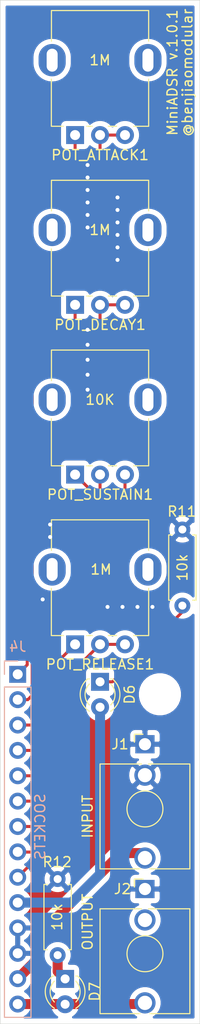
<source format=kicad_pcb>
(kicad_pcb (version 20171130) (host pcbnew 5.1.9+dfsg1-1~bpo10+1)

  (general
    (thickness 1.6)
    (drawings 34)
    (tracks 92)
    (zones 0)
    (modules 12)
    (nets 16)
  )

  (page A4)
  (layers
    (0 F.Cu signal)
    (31 B.Cu signal)
    (32 B.Adhes user hide)
    (33 F.Adhes user hide)
    (34 B.Paste user hide)
    (35 F.Paste user hide)
    (36 B.SilkS user)
    (37 F.SilkS user)
    (38 B.Mask user)
    (39 F.Mask user)
    (40 Dwgs.User user hide)
    (41 Cmts.User user hide)
    (42 Eco1.User user hide)
    (43 Eco2.User user hide)
    (44 Edge.Cuts user)
    (45 Margin user hide)
    (46 B.CrtYd user hide)
    (47 F.CrtYd user hide)
    (48 B.Fab user hide)
    (49 F.Fab user hide)
  )

  (setup
    (last_trace_width 0.3)
    (user_trace_width 0.45)
    (user_trace_width 0.75)
    (user_trace_width 1)
    (trace_clearance 0.2)
    (zone_clearance 0.508)
    (zone_45_only no)
    (trace_min 0.2)
    (via_size 0.8)
    (via_drill 0.4)
    (via_min_size 0.4)
    (via_min_drill 0.3)
    (uvia_size 0.3)
    (uvia_drill 0.1)
    (uvias_allowed no)
    (uvia_min_size 0.2)
    (uvia_min_drill 0.1)
    (edge_width 0.05)
    (segment_width 0.2)
    (pcb_text_width 0.3)
    (pcb_text_size 1.5 1.5)
    (mod_edge_width 0.12)
    (mod_text_size 1 1)
    (mod_text_width 0.15)
    (pad_size 1.524 1.524)
    (pad_drill 0.762)
    (pad_to_mask_clearance 0)
    (aux_axis_origin 0 0)
    (visible_elements FFFFFF7F)
    (pcbplotparams
      (layerselection 0x3d0f0_ffffffff)
      (usegerberextensions false)
      (usegerberattributes true)
      (usegerberadvancedattributes true)
      (creategerberjobfile true)
      (excludeedgelayer true)
      (linewidth 0.100000)
      (plotframeref false)
      (viasonmask false)
      (mode 1)
      (useauxorigin false)
      (hpglpennumber 1)
      (hpglpenspeed 20)
      (hpglpendiameter 15.000000)
      (psnegative false)
      (psa4output false)
      (plotreference true)
      (plotvalue true)
      (plotinvisibletext false)
      (padsonsilk false)
      (subtractmaskfromsilk false)
      (outputformat 1)
      (mirror false)
      (drillshape 0)
      (scaleselection 1)
      (outputdirectory "MiniADSR 1.0.1 - Control/"))
  )

  (net 0 "")
  (net 1 "Net-(D6-Pad1)")
  (net 2 "Net-(D7-Pad1)")
  (net 3 A_VCC)
  (net 4 A2)
  (net 5 GND1)
  (net 6 A1)
  (net 7 A3)
  (net 8 A4)
  (net 9 A5)
  (net 10 A6)
  (net 11 A7)
  (net 12 A8)
  (net 13 A9)
  (net 14 A10)
  (net 15 A11)

  (net_class Default "This is the default net class."
    (clearance 0.2)
    (trace_width 0.3)
    (via_dia 0.8)
    (via_drill 0.4)
    (uvia_dia 0.3)
    (uvia_drill 0.1)
    (add_net A1)
    (add_net A10)
    (add_net A11)
    (add_net A2)
    (add_net A3)
    (add_net A4)
    (add_net A5)
    (add_net A6)
    (add_net A7)
    (add_net A8)
    (add_net A9)
    (add_net A_VCC)
    (add_net GND1)
    (add_net "Net-(D6-Pad1)")
    (add_net "Net-(D7-Pad1)")
  )

  (module benjiaomodular:Potentiometer_RV09 (layer F.Cu) (tedit 61B03861) (tstamp 61D8E22A)
    (at 99 117.5 90)
    (path /61BFC42F)
    (fp_text reference POT_RELEASE1 (at -2 2.5 180) (layer F.SilkS)
      (effects (font (size 1 1) (thickness 0.15)))
    )
    (fp_text value 1M (at 7.5 2.6 180) (layer F.SilkS)
      (effects (font (size 1 1) (thickness 0.15)))
    )
    (fp_circle (center 7.5 2.5) (end 7.5 -1) (layer F.Fab) (width 0.1))
    (fp_line (start 1 -2.25) (end 12.35 -2.25) (layer F.Fab) (width 0.1))
    (fp_line (start 1 7.25) (end 1 -2.25) (layer F.Fab) (width 0.1))
    (fp_line (start 0.88 7.37) (end 5.6 7.37) (layer F.SilkS) (width 0.12))
    (fp_line (start 0.88 7.37) (end 0.88 5.88) (layer F.SilkS) (width 0.12))
    (fp_line (start 12.6 -3.91) (end -1.15 -3.91) (layer F.CrtYd) (width 0.05))
    (fp_line (start 0.88 4.16) (end 0.88 3.33) (layer F.SilkS) (width 0.12))
    (fp_line (start -1.15 8.91) (end 12.6 8.91) (layer F.CrtYd) (width 0.05))
    (fp_line (start 0.88 -1.19) (end 0.88 -2.37) (layer F.SilkS) (width 0.12))
    (fp_line (start 12.47 7.37) (end 12.47 -2.37) (layer F.SilkS) (width 0.12))
    (fp_line (start 9.41 7.37) (end 12.47 7.37) (layer F.SilkS) (width 0.12))
    (fp_line (start 0.88 -2.38) (end 5.6 -2.38) (layer F.SilkS) (width 0.12))
    (fp_line (start 9.41 -2.37) (end 12.47 -2.37) (layer F.SilkS) (width 0.12))
    (fp_line (start -1.15 -3.91) (end -1.15 8.91) (layer F.CrtYd) (width 0.05))
    (fp_line (start 12.35 7.25) (end 12.35 -2.25) (layer F.Fab) (width 0.1))
    (fp_line (start 12.6 8.91) (end 12.6 -3.91) (layer F.CrtYd) (width 0.05))
    (fp_line (start 1 7.25) (end 12.35 7.25) (layer F.Fab) (width 0.1))
    (fp_line (start 0.88 1.71) (end 0.88 1.18) (layer F.SilkS) (width 0.12))
    (fp_text user %R (at 2.25 3 180) (layer F.Fab)
      (effects (font (size 1 1) (thickness 0.15)))
    )
    (pad 1 thru_hole rect (at 0 0 180) (size 1.8 1.8) (drill 1) (layers *.Cu *.Mask)
      (net 14 A10))
    (pad 3 thru_hole circle (at 0 5 180) (size 1.8 1.8) (drill 1) (layers *.Cu *.Mask)
      (net 15 A11))
    (pad 2 thru_hole circle (at 0 2.5 180) (size 1.8 1.8) (drill 1) (layers *.Cu *.Mask)
      (net 15 A11))
    (pad "" thru_hole oval (at 7.5 7.3 180) (size 2.72 3.24) (drill oval 1.1 2.3) (layers *.Cu *.Mask))
    (pad "" thru_hole oval (at 7.5 -2.3 180) (size 2.72 3.24) (drill oval 1.1 2.3) (layers *.Cu *.Mask))
  )

  (module MountingHole:MountingHole_3.2mm_M3 (layer F.Cu) (tedit 56D1B4CB) (tstamp 61D95958)
    (at 107.5 122.5)
    (descr "Mounting Hole 3.2mm, no annular, M3")
    (tags "mounting hole 3.2mm no annular m3")
    (attr virtual)
    (fp_text reference REF** (at 1.5 -3.9 180) (layer F.SilkS) hide
      (effects (font (size 1 1) (thickness 0.15)))
    )
    (fp_text value MountingHole_3.2mm_M3 (at 3 0 90) (layer F.Fab)
      (effects (font (size 1 1) (thickness 0.15)))
    )
    (fp_circle (center 0 0) (end 3.2 0) (layer Cmts.User) (width 0.15))
    (fp_circle (center 0 0) (end 3.45 0) (layer F.CrtYd) (width 0.05))
    (fp_text user %R (at 0.3 0) (layer F.Fab) hide
      (effects (font (size 1 1) (thickness 0.15)))
    )
    (pad 1 np_thru_hole circle (at 0 0) (size 3.2 3.2) (drill 3.2) (layers *.Cu *.Mask))
  )

  (module benjiaomodular:AudioJack_3.5mm (layer F.Cu) (tedit 61D86605) (tstamp 61D8E301)
    (at 106 127.5)
    (path /61DE2DCA)
    (fp_text reference J1 (at -2.5 0) (layer F.SilkS)
      (effects (font (size 1 1) (thickness 0.15)))
    )
    (fp_text value INPUT (at -5.75 7.25 90) (layer F.SilkS)
      (effects (font (size 1 1) (thickness 0.15)))
    )
    (fp_line (start -1.06 -1) (end -1.06 -0.2) (layer F.SilkS) (width 0.12))
    (fp_circle (center 0 6.48) (end 1.5 6.48) (layer Dwgs.User) (width 0.12))
    (fp_line (start -1.42 6.875) (end 0.4 5.06) (layer Dwgs.User) (width 0.12))
    (fp_line (start 4.5 1.98) (end 4.5 12.48) (layer F.SilkS) (width 0.12))
    (fp_line (start -4.5 12.48) (end -4.5 2.08) (layer F.Fab) (width 0.1))
    (fp_line (start -0.58 7.83) (end 1.36 5.89) (layer Dwgs.User) (width 0.12))
    (fp_line (start 4.5 1.98) (end 0.35 1.98) (layer F.SilkS) (width 0.12))
    (fp_line (start 0.09 7.96) (end 1.48 6.57) (layer Dwgs.User) (width 0.12))
    (fp_line (start -0.35 1.98) (end -4.5 1.98) (layer F.SilkS) (width 0.12))
    (fp_line (start 5 12.98) (end 5 -1.42) (layer F.CrtYd) (width 0.05))
    (fp_circle (center 0 6.48) (end 1.8 6.48) (layer F.SilkS) (width 0.12))
    (fp_line (start -4.5 1.98) (end -4.5 12.48) (layer F.SilkS) (width 0.12))
    (fp_line (start 4.5 12.48) (end 0.5 12.48) (layer F.SilkS) (width 0.12))
    (fp_line (start -1.41 6.02) (end -0.46 5.07) (layer Dwgs.User) (width 0.12))
    (fp_line (start -0.5 12.48) (end -4.5 12.48) (layer F.SilkS) (width 0.12))
    (fp_line (start -1.06 -1) (end -0.2 -1) (layer F.SilkS) (width 0.12))
    (fp_line (start -1.07 7.49) (end 1.01 5.41) (layer Dwgs.User) (width 0.12))
    (fp_line (start -5 12.98) (end -5 -1.42) (layer F.CrtYd) (width 0.05))
    (fp_line (start 4.5 12.48) (end 4.5 2.08) (layer F.Fab) (width 0.1))
    (fp_line (start 4.5 12.48) (end -4.5 12.48) (layer F.Fab) (width 0.1))
    (fp_line (start 4.5 2.03) (end -4.5 2.03) (layer F.Fab) (width 0.1))
    (fp_circle (center 0 6.48) (end 1.8 6.48) (layer F.Fab) (width 0.1))
    (fp_line (start 0 0) (end 0 2.03) (layer F.Fab) (width 0.1))
    (fp_line (start 5 12.98) (end -5 12.98) (layer F.CrtYd) (width 0.05))
    (fp_line (start 5 -1.42) (end -5 -1.42) (layer F.CrtYd) (width 0.05))
    (fp_text user KEEPOUT (at 0 6.48) (layer Cmts.User)
      (effects (font (size 0.4 0.4) (thickness 0.051)))
    )
    (fp_text user %R (at 0 8 180) (layer F.Fab)
      (effects (font (size 1 1) (thickness 0.15)))
    )
    (pad S thru_hole rect (at 0 0 180) (size 1.93 1.83) (drill 1.22) (layers *.Cu *.Mask)
      (net 5 GND1))
    (pad TN thru_hole circle (at 0 3.1 180) (size 2.13 2.13) (drill 1.42) (layers *.Cu *.Mask)
      (net 5 GND1))
    (pad T thru_hole circle (at 0 11.4 180) (size 2.13 2.13) (drill 1.43) (layers *.Cu *.Mask)
      (net 6 A1))
  )

  (module Resistor_THT:R_Axial_DIN0207_L6.3mm_D2.5mm_P7.62mm_Horizontal (layer F.Cu) (tedit 5AE5139B) (tstamp 61D8D29E)
    (at 97.25 141 270)
    (descr "Resistor, Axial_DIN0207 series, Axial, Horizontal, pin pitch=7.62mm, 0.25W = 1/4W, length*diameter=6.3*2.5mm^2, http://cdn-reichelt.de/documents/datenblatt/B400/1_4W%23YAG.pdf")
    (tags "Resistor Axial_DIN0207 series Axial Horizontal pin pitch 7.62mm 0.25W = 1/4W length 6.3mm diameter 2.5mm")
    (path /61DA0801)
    (fp_text reference R12 (at -1.7 0.05 180) (layer F.SilkS)
      (effects (font (size 1 1) (thickness 0.15)))
    )
    (fp_text value 10k (at 3.8 0.05 90) (layer F.SilkS)
      (effects (font (size 1 1) (thickness 0.15)))
    )
    (fp_line (start 8.67 -1.5) (end -1.05 -1.5) (layer F.CrtYd) (width 0.05))
    (fp_line (start 8.67 1.5) (end 8.67 -1.5) (layer F.CrtYd) (width 0.05))
    (fp_line (start -1.05 1.5) (end 8.67 1.5) (layer F.CrtYd) (width 0.05))
    (fp_line (start -1.05 -1.5) (end -1.05 1.5) (layer F.CrtYd) (width 0.05))
    (fp_line (start 7.08 1.37) (end 7.08 1.04) (layer F.SilkS) (width 0.12))
    (fp_line (start 0.54 1.37) (end 7.08 1.37) (layer F.SilkS) (width 0.12))
    (fp_line (start 0.54 1.04) (end 0.54 1.37) (layer F.SilkS) (width 0.12))
    (fp_line (start 7.08 -1.37) (end 7.08 -1.04) (layer F.SilkS) (width 0.12))
    (fp_line (start 0.54 -1.37) (end 7.08 -1.37) (layer F.SilkS) (width 0.12))
    (fp_line (start 0.54 -1.04) (end 0.54 -1.37) (layer F.SilkS) (width 0.12))
    (fp_line (start 7.62 0) (end 6.96 0) (layer F.Fab) (width 0.1))
    (fp_line (start 0 0) (end 0.66 0) (layer F.Fab) (width 0.1))
    (fp_line (start 6.96 -1.25) (end 0.66 -1.25) (layer F.Fab) (width 0.1))
    (fp_line (start 6.96 1.25) (end 6.96 -1.25) (layer F.Fab) (width 0.1))
    (fp_line (start 0.66 1.25) (end 6.96 1.25) (layer F.Fab) (width 0.1))
    (fp_line (start 0.66 -1.25) (end 0.66 1.25) (layer F.Fab) (width 0.1))
    (fp_text user %R (at 3.9 0.05 270) (layer F.Fab)
      (effects (font (size 1 1) (thickness 0.15)))
    )
    (pad 1 thru_hole circle (at 0 0 270) (size 1.6 1.6) (drill 0.8) (layers *.Cu *.Mask)
      (net 5 GND1))
    (pad 2 thru_hole oval (at 7.62 0 270) (size 1.6 1.6) (drill 0.8) (layers *.Cu *.Mask)
      (net 2 "Net-(D7-Pad1)"))
    (model ${KISYS3DMOD}/Resistor_THT.3dshapes/R_Axial_DIN0207_L6.3mm_D2.5mm_P7.62mm_Horizontal.wrl
      (at (xyz 0 0 0))
      (scale (xyz 1 1 1))
      (rotate (xyz 0 0 0))
    )
  )

  (module Resistor_THT:R_Axial_DIN0207_L6.3mm_D2.5mm_P7.62mm_Horizontal (layer F.Cu) (tedit 5AE5139B) (tstamp 61D8D287)
    (at 109.75 106 270)
    (descr "Resistor, Axial_DIN0207 series, Axial, Horizontal, pin pitch=7.62mm, 0.25W = 1/4W, length*diameter=6.3*2.5mm^2, http://cdn-reichelt.de/documents/datenblatt/B400/1_4W%23YAG.pdf")
    (tags "Resistor Axial_DIN0207 series Axial Horizontal pin pitch 7.62mm 0.25W = 1/4W length 6.3mm diameter 2.5mm")
    (path /61DAA324)
    (fp_text reference R11 (at -1.8 0.05 180) (layer F.SilkS)
      (effects (font (size 1 1) (thickness 0.15)))
    )
    (fp_text value 10k (at 3.81 0 90) (layer F.SilkS)
      (effects (font (size 1 1) (thickness 0.15)))
    )
    (fp_line (start 0.66 -1.25) (end 0.66 1.25) (layer F.Fab) (width 0.1))
    (fp_line (start 0.66 1.25) (end 6.96 1.25) (layer F.Fab) (width 0.1))
    (fp_line (start 6.96 1.25) (end 6.96 -1.25) (layer F.Fab) (width 0.1))
    (fp_line (start 6.96 -1.25) (end 0.66 -1.25) (layer F.Fab) (width 0.1))
    (fp_line (start 0 0) (end 0.66 0) (layer F.Fab) (width 0.1))
    (fp_line (start 7.62 0) (end 6.96 0) (layer F.Fab) (width 0.1))
    (fp_line (start 0.54 -1.04) (end 0.54 -1.37) (layer F.SilkS) (width 0.12))
    (fp_line (start 0.54 -1.37) (end 7.08 -1.37) (layer F.SilkS) (width 0.12))
    (fp_line (start 7.08 -1.37) (end 7.08 -1.04) (layer F.SilkS) (width 0.12))
    (fp_line (start 0.54 1.04) (end 0.54 1.37) (layer F.SilkS) (width 0.12))
    (fp_line (start 0.54 1.37) (end 7.08 1.37) (layer F.SilkS) (width 0.12))
    (fp_line (start 7.08 1.37) (end 7.08 1.04) (layer F.SilkS) (width 0.12))
    (fp_line (start -1.05 -1.5) (end -1.05 1.5) (layer F.CrtYd) (width 0.05))
    (fp_line (start -1.05 1.5) (end 8.67 1.5) (layer F.CrtYd) (width 0.05))
    (fp_line (start 8.67 1.5) (end 8.67 -1.5) (layer F.CrtYd) (width 0.05))
    (fp_line (start 8.67 -1.5) (end -1.05 -1.5) (layer F.CrtYd) (width 0.05))
    (fp_text user %R (at -1.8 0.05 180) (layer F.Fab)
      (effects (font (size 1 1) (thickness 0.15)))
    )
    (pad 2 thru_hole oval (at 7.62 0 270) (size 1.6 1.6) (drill 0.8) (layers *.Cu *.Mask)
      (net 1 "Net-(D6-Pad1)"))
    (pad 1 thru_hole circle (at 0 0 270) (size 1.6 1.6) (drill 0.8) (layers *.Cu *.Mask)
      (net 5 GND1))
    (model ${KISYS3DMOD}/Resistor_THT.3dshapes/R_Axial_DIN0207_L6.3mm_D2.5mm_P7.62mm_Horizontal.wrl
      (at (xyz 0 0 0))
      (scale (xyz 1 1 1))
      (rotate (xyz 0 0 0))
    )
  )

  (module benjiaomodular:Potentiometer_RV09 (layer F.Cu) (tedit 61B03861) (tstamp 61D919F6)
    (at 99 66.5 90)
    (path /61BFD401)
    (fp_text reference POT_ATTACK1 (at -2 2.5) (layer F.SilkS)
      (effects (font (size 1 1) (thickness 0.15)))
    )
    (fp_text value 1M (at 7.5 2.5 180) (layer F.SilkS)
      (effects (font (size 1 1) (thickness 0.15)))
    )
    (fp_line (start 0.88 1.71) (end 0.88 1.18) (layer F.SilkS) (width 0.12))
    (fp_line (start 1 7.25) (end 12.35 7.25) (layer F.Fab) (width 0.1))
    (fp_line (start 12.6 8.91) (end 12.6 -3.91) (layer F.CrtYd) (width 0.05))
    (fp_line (start 12.35 7.25) (end 12.35 -2.25) (layer F.Fab) (width 0.1))
    (fp_line (start -1.15 -3.91) (end -1.15 8.91) (layer F.CrtYd) (width 0.05))
    (fp_line (start 9.41 -2.37) (end 12.47 -2.37) (layer F.SilkS) (width 0.12))
    (fp_line (start 0.88 -2.38) (end 5.6 -2.38) (layer F.SilkS) (width 0.12))
    (fp_line (start 9.41 7.37) (end 12.47 7.37) (layer F.SilkS) (width 0.12))
    (fp_line (start 12.47 7.37) (end 12.47 -2.37) (layer F.SilkS) (width 0.12))
    (fp_line (start 0.88 -1.19) (end 0.88 -2.37) (layer F.SilkS) (width 0.12))
    (fp_line (start -1.15 8.91) (end 12.6 8.91) (layer F.CrtYd) (width 0.05))
    (fp_line (start 0.88 4.16) (end 0.88 3.33) (layer F.SilkS) (width 0.12))
    (fp_line (start 12.6 -3.91) (end -1.15 -3.91) (layer F.CrtYd) (width 0.05))
    (fp_line (start 0.88 7.37) (end 0.88 5.88) (layer F.SilkS) (width 0.12))
    (fp_line (start 0.88 7.37) (end 5.6 7.37) (layer F.SilkS) (width 0.12))
    (fp_line (start 1 7.25) (end 1 -2.25) (layer F.Fab) (width 0.1))
    (fp_line (start 1 -2.25) (end 12.35 -2.25) (layer F.Fab) (width 0.1))
    (fp_circle (center 7.5 2.5) (end 7.5 -1) (layer F.Fab) (width 0.1))
    (fp_text user %R (at 1.75 2.5 180) (layer F.Fab)
      (effects (font (size 1 1) (thickness 0.15)))
    )
    (pad "" thru_hole oval (at 7.5 -2.3 180) (size 2.72 3.24) (drill oval 1.1 2.3) (layers *.Cu *.Mask))
    (pad "" thru_hole oval (at 7.5 7.3 180) (size 2.72 3.24) (drill oval 1.1 2.3) (layers *.Cu *.Mask))
    (pad 2 thru_hole circle (at 0 2.5 180) (size 1.8 1.8) (drill 1) (layers *.Cu *.Mask)
      (net 8 A4))
    (pad 3 thru_hole circle (at 0 5 180) (size 1.8 1.8) (drill 1) (layers *.Cu *.Mask)
      (net 8 A4))
    (pad 1 thru_hole rect (at 0 0 180) (size 1.8 1.8) (drill 1) (layers *.Cu *.Mask)
      (net 7 A3))
  )

  (module benjiaomodular:Potentiometer_RV09 (layer F.Cu) (tedit 61B03861) (tstamp 61FA1BFD)
    (at 99 83.5 90)
    (path /61CD07DC)
    (fp_text reference POT_DECAY1 (at -2 2.5) (layer F.SilkS)
      (effects (font (size 1 1) (thickness 0.15)))
    )
    (fp_text value 1M (at 7.5 2.5) (layer F.SilkS)
      (effects (font (size 1 1) (thickness 0.15)))
    )
    (fp_line (start 0.88 1.71) (end 0.88 1.18) (layer F.SilkS) (width 0.12))
    (fp_line (start 1 7.25) (end 12.35 7.25) (layer F.Fab) (width 0.1))
    (fp_line (start 12.6 8.91) (end 12.6 -3.91) (layer F.CrtYd) (width 0.05))
    (fp_line (start 12.35 7.25) (end 12.35 -2.25) (layer F.Fab) (width 0.1))
    (fp_line (start -1.15 -3.91) (end -1.15 8.91) (layer F.CrtYd) (width 0.05))
    (fp_line (start 9.41 -2.37) (end 12.47 -2.37) (layer F.SilkS) (width 0.12))
    (fp_line (start 0.88 -2.38) (end 5.6 -2.38) (layer F.SilkS) (width 0.12))
    (fp_line (start 9.41 7.37) (end 12.47 7.37) (layer F.SilkS) (width 0.12))
    (fp_line (start 12.47 7.37) (end 12.47 -2.37) (layer F.SilkS) (width 0.12))
    (fp_line (start 0.88 -1.19) (end 0.88 -2.37) (layer F.SilkS) (width 0.12))
    (fp_line (start -1.15 8.91) (end 12.6 8.91) (layer F.CrtYd) (width 0.05))
    (fp_line (start 0.88 4.16) (end 0.88 3.33) (layer F.SilkS) (width 0.12))
    (fp_line (start 12.6 -3.91) (end -1.15 -3.91) (layer F.CrtYd) (width 0.05))
    (fp_line (start 0.88 7.37) (end 0.88 5.88) (layer F.SilkS) (width 0.12))
    (fp_line (start 0.88 7.37) (end 5.6 7.37) (layer F.SilkS) (width 0.12))
    (fp_line (start 1 7.25) (end 1 -2.25) (layer F.Fab) (width 0.1))
    (fp_line (start 1 -2.25) (end 12.35 -2.25) (layer F.Fab) (width 0.1))
    (fp_circle (center 7.5 2.5) (end 7.5 -1) (layer F.Fab) (width 0.1))
    (fp_text user %R (at 1.75 2.54 180) (layer F.Fab)
      (effects (font (size 1 1) (thickness 0.15)))
    )
    (pad "" thru_hole oval (at 7.5 -2.3 180) (size 2.72 3.24) (drill oval 1.1 2.3) (layers *.Cu *.Mask))
    (pad "" thru_hole oval (at 7.5 7.3 180) (size 2.72 3.24) (drill oval 1.1 2.3) (layers *.Cu *.Mask))
    (pad 2 thru_hole circle (at 0 2.5 180) (size 1.8 1.8) (drill 1) (layers *.Cu *.Mask)
      (net 10 A6))
    (pad 3 thru_hole circle (at 0 5 180) (size 1.8 1.8) (drill 1) (layers *.Cu *.Mask)
      (net 10 A6))
    (pad 1 thru_hole rect (at 0 0 180) (size 1.8 1.8) (drill 1) (layers *.Cu *.Mask)
      (net 9 A5))
  )

  (module benjiaomodular:Potentiometer_RV09 (layer F.Cu) (tedit 61B03861) (tstamp 61D91A4D)
    (at 99 100.5 90)
    (path /61C7CF01)
    (fp_text reference POT_SUSTAIN1 (at -2 2.5 180) (layer F.SilkS)
      (effects (font (size 1 1) (thickness 0.15)))
    )
    (fp_text value 10K (at 7.5 2.5) (layer F.SilkS)
      (effects (font (size 1 1) (thickness 0.15)))
    )
    (fp_circle (center 7.5 2.5) (end 7.5 -1) (layer F.Fab) (width 0.1))
    (fp_line (start 1 -2.25) (end 12.35 -2.25) (layer F.Fab) (width 0.1))
    (fp_line (start 1 7.25) (end 1 -2.25) (layer F.Fab) (width 0.1))
    (fp_line (start 0.88 7.37) (end 5.6 7.37) (layer F.SilkS) (width 0.12))
    (fp_line (start 0.88 7.37) (end 0.88 5.88) (layer F.SilkS) (width 0.12))
    (fp_line (start 12.6 -3.91) (end -1.15 -3.91) (layer F.CrtYd) (width 0.05))
    (fp_line (start 0.88 4.16) (end 0.88 3.33) (layer F.SilkS) (width 0.12))
    (fp_line (start -1.15 8.91) (end 12.6 8.91) (layer F.CrtYd) (width 0.05))
    (fp_line (start 0.88 -1.19) (end 0.88 -2.37) (layer F.SilkS) (width 0.12))
    (fp_line (start 12.47 7.37) (end 12.47 -2.37) (layer F.SilkS) (width 0.12))
    (fp_line (start 9.41 7.37) (end 12.47 7.37) (layer F.SilkS) (width 0.12))
    (fp_line (start 0.88 -2.38) (end 5.6 -2.38) (layer F.SilkS) (width 0.12))
    (fp_line (start 9.41 -2.37) (end 12.47 -2.37) (layer F.SilkS) (width 0.12))
    (fp_line (start -1.15 -3.91) (end -1.15 8.91) (layer F.CrtYd) (width 0.05))
    (fp_line (start 12.35 7.25) (end 12.35 -2.25) (layer F.Fab) (width 0.1))
    (fp_line (start 12.6 8.91) (end 12.6 -3.91) (layer F.CrtYd) (width 0.05))
    (fp_line (start 1 7.25) (end 12.35 7.25) (layer F.Fab) (width 0.1))
    (fp_line (start 0.88 1.71) (end 0.88 1.18) (layer F.SilkS) (width 0.12))
    (fp_text user %R (at 1.75 2.54 180) (layer F.Fab)
      (effects (font (size 1 1) (thickness 0.15)))
    )
    (pad 1 thru_hole rect (at 0 0 180) (size 1.8 1.8) (drill 1) (layers *.Cu *.Mask)
      (net 11 A7))
    (pad 3 thru_hole circle (at 0 5 180) (size 1.8 1.8) (drill 1) (layers *.Cu *.Mask)
      (net 13 A9))
    (pad 2 thru_hole circle (at 0 2.5 180) (size 1.8 1.8) (drill 1) (layers *.Cu *.Mask)
      (net 12 A8))
    (pad "" thru_hole oval (at 7.5 7.3 180) (size 2.72 3.24) (drill oval 1.1 2.3) (layers *.Cu *.Mask))
    (pad "" thru_hole oval (at 7.5 -2.3 180) (size 2.72 3.24) (drill oval 1.1 2.3) (layers *.Cu *.Mask))
  )

  (module LED_THT:LED_D3.0mm (layer F.Cu) (tedit 587A3A7B) (tstamp 61D8D25D)
    (at 101.5 121.25 270)
    (descr "LED, diameter 3.0mm, 2 pins")
    (tags "LED diameter 3.0mm 2 pins")
    (path /61DAAC25)
    (fp_text reference D6 (at 1.27 -2.96 90) (layer F.SilkS)
      (effects (font (size 1 1) (thickness 0.15)))
    )
    (fp_text value PWR_LED (at -1.15 0 180) (layer F.Fab)
      (effects (font (size 1 1) (thickness 0.15)))
    )
    (fp_circle (center 1.27 0) (end 2.77 0) (layer F.Fab) (width 0.1))
    (fp_line (start -0.23 -1.16619) (end -0.23 1.16619) (layer F.Fab) (width 0.1))
    (fp_line (start -0.29 -1.236) (end -0.29 -1.08) (layer F.SilkS) (width 0.12))
    (fp_line (start -0.29 1.08) (end -0.29 1.236) (layer F.SilkS) (width 0.12))
    (fp_line (start -1.15 -2.25) (end -1.15 2.25) (layer F.CrtYd) (width 0.05))
    (fp_line (start -1.15 2.25) (end 3.7 2.25) (layer F.CrtYd) (width 0.05))
    (fp_line (start 3.7 2.25) (end 3.7 -2.25) (layer F.CrtYd) (width 0.05))
    (fp_line (start 3.7 -2.25) (end -1.15 -2.25) (layer F.CrtYd) (width 0.05))
    (fp_arc (start 1.27 0) (end 0.229039 1.08) (angle -87.9) (layer F.SilkS) (width 0.12))
    (fp_arc (start 1.27 0) (end 0.229039 -1.08) (angle 87.9) (layer F.SilkS) (width 0.12))
    (fp_arc (start 1.27 0) (end -0.29 1.235516) (angle -108.8) (layer F.SilkS) (width 0.12))
    (fp_arc (start 1.27 0) (end -0.29 -1.235516) (angle 108.8) (layer F.SilkS) (width 0.12))
    (fp_arc (start 1.27 0) (end -0.23 -1.16619) (angle 284.3) (layer F.Fab) (width 0.1))
    (pad 2 thru_hole circle (at 2.54 0 270) (size 1.8 1.8) (drill 0.9) (layers *.Cu *.Mask)
      (net 3 A_VCC))
    (pad 1 thru_hole rect (at 0 0 270) (size 1.8 1.8) (drill 0.9) (layers *.Cu *.Mask)
      (net 1 "Net-(D6-Pad1)"))
    (model ${KISYS3DMOD}/LED_THT.3dshapes/LED_D3.0mm.wrl
      (at (xyz 0 0 0))
      (scale (xyz 1 1 1))
      (rotate (xyz 0 0 0))
    )
  )

  (module LED_THT:LED_D3.0mm (layer F.Cu) (tedit 587A3A7B) (tstamp 61D94327)
    (at 98 151 270)
    (descr "LED, diameter 3.0mm, 2 pins")
    (tags "LED diameter 3.0mm 2 pins")
    (path /61D9041E)
    (fp_text reference D7 (at 1.27 -2.96 90) (layer F.SilkS)
      (effects (font (size 1 1) (thickness 0.15)))
    )
    (fp_text value OUTPUT_LED (at 4.5 0 180) (layer F.Fab)
      (effects (font (size 1 1) (thickness 0.15)))
    )
    (fp_line (start 3.7 -2.25) (end -1.15 -2.25) (layer F.CrtYd) (width 0.05))
    (fp_line (start 3.7 2.25) (end 3.7 -2.25) (layer F.CrtYd) (width 0.05))
    (fp_line (start -1.15 2.25) (end 3.7 2.25) (layer F.CrtYd) (width 0.05))
    (fp_line (start -1.15 -2.25) (end -1.15 2.25) (layer F.CrtYd) (width 0.05))
    (fp_line (start -0.29 1.08) (end -0.29 1.236) (layer F.SilkS) (width 0.12))
    (fp_line (start -0.29 -1.236) (end -0.29 -1.08) (layer F.SilkS) (width 0.12))
    (fp_line (start -0.23 -1.16619) (end -0.23 1.16619) (layer F.Fab) (width 0.1))
    (fp_circle (center 1.27 0) (end 2.77 0) (layer F.Fab) (width 0.1))
    (fp_arc (start 1.27 0) (end -0.23 -1.16619) (angle 284.3) (layer F.Fab) (width 0.1))
    (fp_arc (start 1.27 0) (end -0.29 -1.235516) (angle 108.8) (layer F.SilkS) (width 0.12))
    (fp_arc (start 1.27 0) (end -0.29 1.235516) (angle -108.8) (layer F.SilkS) (width 0.12))
    (fp_arc (start 1.27 0) (end 0.229039 -1.08) (angle 87.9) (layer F.SilkS) (width 0.12))
    (fp_arc (start 1.27 0) (end 0.229039 1.08) (angle -87.9) (layer F.SilkS) (width 0.12))
    (pad 1 thru_hole rect (at 0 0 270) (size 1.8 1.8) (drill 0.9) (layers *.Cu *.Mask)
      (net 2 "Net-(D7-Pad1)"))
    (pad 2 thru_hole circle (at 2.54 0 270) (size 1.8 1.8) (drill 0.9) (layers *.Cu *.Mask)
      (net 4 A2))
    (model ${KISYS3DMOD}/LED_THT.3dshapes/LED_D3.0mm.wrl
      (at (xyz 0 0 0))
      (scale (xyz 1 1 1))
      (rotate (xyz 0 0 0))
    )
  )

  (module benjiaomodular:AudioJack_3.5mm (layer F.Cu) (tedit 61D86605) (tstamp 61D8D707)
    (at 106 142)
    (path /61DE60D7)
    (fp_text reference J2 (at -2.25 0) (layer F.SilkS)
      (effects (font (size 1 1) (thickness 0.15)))
    )
    (fp_text value OUTPUT (at -5.75 3.3 90) (layer F.SilkS)
      (effects (font (size 1 1) (thickness 0.15)))
    )
    (fp_line (start -1.06 -1) (end -1.06 -0.2) (layer F.SilkS) (width 0.12))
    (fp_circle (center 0 6.48) (end 1.5 6.48) (layer Dwgs.User) (width 0.12))
    (fp_line (start -1.42 6.875) (end 0.4 5.06) (layer Dwgs.User) (width 0.12))
    (fp_line (start 4.5 1.98) (end 4.5 12.48) (layer F.SilkS) (width 0.12))
    (fp_line (start -4.5 12.48) (end -4.5 2.08) (layer F.Fab) (width 0.1))
    (fp_line (start -0.58 7.83) (end 1.36 5.89) (layer Dwgs.User) (width 0.12))
    (fp_line (start 4.5 1.98) (end 0.35 1.98) (layer F.SilkS) (width 0.12))
    (fp_line (start 0.09 7.96) (end 1.48 6.57) (layer Dwgs.User) (width 0.12))
    (fp_line (start -0.35 1.98) (end -4.5 1.98) (layer F.SilkS) (width 0.12))
    (fp_line (start 5 12.98) (end 5 -1.42) (layer F.CrtYd) (width 0.05))
    (fp_circle (center 0 6.48) (end 1.8 6.48) (layer F.SilkS) (width 0.12))
    (fp_line (start -4.5 1.98) (end -4.5 12.48) (layer F.SilkS) (width 0.12))
    (fp_line (start 4.5 12.48) (end 0.5 12.48) (layer F.SilkS) (width 0.12))
    (fp_line (start -1.41 6.02) (end -0.46 5.07) (layer Dwgs.User) (width 0.12))
    (fp_line (start -0.5 12.48) (end -4.5 12.48) (layer F.SilkS) (width 0.12))
    (fp_line (start -1.06 -1) (end -0.2 -1) (layer F.SilkS) (width 0.12))
    (fp_line (start -1.07 7.49) (end 1.01 5.41) (layer Dwgs.User) (width 0.12))
    (fp_line (start -5 12.98) (end -5 -1.42) (layer F.CrtYd) (width 0.05))
    (fp_line (start 4.5 12.48) (end 4.5 2.08) (layer F.Fab) (width 0.1))
    (fp_line (start 4.5 12.48) (end -4.5 12.48) (layer F.Fab) (width 0.1))
    (fp_line (start 4.5 2.03) (end -4.5 2.03) (layer F.Fab) (width 0.1))
    (fp_circle (center 0 6.48) (end 1.8 6.48) (layer F.Fab) (width 0.1))
    (fp_line (start 0 0) (end 0 2.03) (layer F.Fab) (width 0.1))
    (fp_line (start 5 12.98) (end -5 12.98) (layer F.CrtYd) (width 0.05))
    (fp_line (start 5 -1.42) (end -5 -1.42) (layer F.CrtYd) (width 0.05))
    (fp_text user KEEPOUT (at 0 6.48) (layer Cmts.User)
      (effects (font (size 0.4 0.4) (thickness 0.051)))
    )
    (fp_text user %R (at 0 8 180) (layer F.Fab)
      (effects (font (size 1 1) (thickness 0.15)))
    )
    (pad S thru_hole rect (at 0 0 180) (size 1.93 1.83) (drill 1.22) (layers *.Cu *.Mask)
      (net 5 GND1))
    (pad TN thru_hole circle (at 0 3.1 180) (size 2.13 2.13) (drill 1.42) (layers *.Cu *.Mask))
    (pad T thru_hole circle (at 0 11.4 180) (size 2.13 2.13) (drill 1.43) (layers *.Cu *.Mask)
      (net 4 A2))
  )

  (module Connector_PinSocket_2.54mm:PinSocket_1x14_P2.54mm_Vertical (layer B.Cu) (tedit 5A19A434) (tstamp 61D929F8)
    (at 93.25 120.5 180)
    (descr "Through hole straight socket strip, 1x14, 2.54mm pitch, single row (from Kicad 4.0.7), script generated")
    (tags "Through hole socket strip THT 1x14 2.54mm single row")
    (path /620E7CE2)
    (fp_text reference J4 (at 0 2.77) (layer B.SilkS)
      (effects (font (size 1 1) (thickness 0.15)) (justify mirror))
    )
    (fp_text value ControlBoard_Pins (at 0 -35.79) (layer B.Fab)
      (effects (font (size 1 1) (thickness 0.15)) (justify mirror))
    )
    (fp_line (start -1.8 -34.8) (end -1.8 1.8) (layer B.CrtYd) (width 0.05))
    (fp_line (start 1.75 -34.8) (end -1.8 -34.8) (layer B.CrtYd) (width 0.05))
    (fp_line (start 1.75 1.8) (end 1.75 -34.8) (layer B.CrtYd) (width 0.05))
    (fp_line (start -1.8 1.8) (end 1.75 1.8) (layer B.CrtYd) (width 0.05))
    (fp_line (start 0 1.33) (end 1.33 1.33) (layer B.SilkS) (width 0.12))
    (fp_line (start 1.33 1.33) (end 1.33 0) (layer B.SilkS) (width 0.12))
    (fp_line (start 1.33 -1.27) (end 1.33 -34.35) (layer B.SilkS) (width 0.12))
    (fp_line (start -1.33 -34.35) (end 1.33 -34.35) (layer B.SilkS) (width 0.12))
    (fp_line (start -1.33 -1.27) (end -1.33 -34.35) (layer B.SilkS) (width 0.12))
    (fp_line (start -1.33 -1.27) (end 1.33 -1.27) (layer B.SilkS) (width 0.12))
    (fp_line (start -1.27 -34.29) (end -1.27 1.27) (layer B.Fab) (width 0.1))
    (fp_line (start 1.27 -34.29) (end -1.27 -34.29) (layer B.Fab) (width 0.1))
    (fp_line (start 1.27 0.635) (end 1.27 -34.29) (layer B.Fab) (width 0.1))
    (fp_line (start 0.635 1.27) (end 1.27 0.635) (layer B.Fab) (width 0.1))
    (fp_line (start -1.27 1.27) (end 0.635 1.27) (layer B.Fab) (width 0.1))
    (fp_text user %R (at 0 -16.51 270) (layer B.Fab)
      (effects (font (size 1 1) (thickness 0.15)) (justify mirror))
    )
    (pad 1 thru_hole rect (at 0 0 180) (size 1.7 1.7) (drill 1) (layers *.Cu *.Mask)
      (net 7 A3))
    (pad 2 thru_hole oval (at 0 -2.54 180) (size 1.7 1.7) (drill 1) (layers *.Cu *.Mask)
      (net 8 A4))
    (pad 3 thru_hole oval (at 0 -5.08 180) (size 1.7 1.7) (drill 1) (layers *.Cu *.Mask)
      (net 9 A5))
    (pad 4 thru_hole oval (at 0 -7.62 180) (size 1.7 1.7) (drill 1) (layers *.Cu *.Mask)
      (net 10 A6))
    (pad 5 thru_hole oval (at 0 -10.16 180) (size 1.7 1.7) (drill 1) (layers *.Cu *.Mask)
      (net 11 A7))
    (pad 6 thru_hole oval (at 0 -12.7 180) (size 1.7 1.7) (drill 1) (layers *.Cu *.Mask)
      (net 12 A8))
    (pad 7 thru_hole oval (at 0 -15.24 180) (size 1.7 1.7) (drill 1) (layers *.Cu *.Mask)
      (net 13 A9))
    (pad 8 thru_hole oval (at 0 -17.78 180) (size 1.7 1.7) (drill 1) (layers *.Cu *.Mask)
      (net 14 A10))
    (pad 9 thru_hole oval (at 0 -20.32 180) (size 1.7 1.7) (drill 1) (layers *.Cu *.Mask)
      (net 15 A11))
    (pad 10 thru_hole oval (at 0 -22.86 180) (size 1.7 1.7) (drill 1) (layers *.Cu *.Mask)
      (net 3 A_VCC))
    (pad 11 thru_hole oval (at 0 -25.4 180) (size 1.7 1.7) (drill 1) (layers *.Cu *.Mask)
      (net 5 GND1))
    (pad 12 thru_hole oval (at 0 -27.94 180) (size 1.7 1.7) (drill 1) (layers *.Cu *.Mask)
      (net 5 GND1))
    (pad 13 thru_hole oval (at 0 -30.48 180) (size 1.7 1.7) (drill 1) (layers *.Cu *.Mask)
      (net 6 A1))
    (pad 14 thru_hole oval (at 0 -33.02 180) (size 1.7 1.7) (drill 1) (layers *.Cu *.Mask)
      (net 4 A2))
    (model ${KISYS3DMOD}/Connector_PinSocket_2.54mm.3dshapes/PinSocket_1x14_P2.54mm_Vertical.wrl
      (at (xyz 0 0 0))
      (scale (xyz 1 1 1))
      (rotate (xyz 0 0 0))
    )
  )

  (gr_text SOCKETS (at 95.5 135.75 90) (layer B.SilkS)
    (effects (font (size 1 1) (thickness 0.15)) (justify mirror))
  )
  (gr_text "MiniADSR v.1.0.1" (at 108.75 60.25 90) (layer F.SilkS)
    (effects (font (size 1 1) (thickness 0.15)))
  )
  (gr_text @benjiaomodular (at 110.25 60.25 90) (layer F.SilkS)
    (effects (font (size 1 1) (thickness 0.15)))
  )
  (gr_circle (center 151.002938 122.5) (end 152.702938 122.6) (layer F.Fab) (width 0.15))
  (gr_circle (center 107.5 122.5) (end 109.2 122.7) (layer F.Fab) (width 0.15))
  (gr_line (start 64.5 148.5) (end 106 148.48) (layer Dwgs.User) (width 0.15))
  (gr_line (start 64.5 134) (end 106 134) (layer Dwgs.User) (width 0.15))
  (gr_line (start 57.5 117.5) (end 99 117.5) (layer Dwgs.User) (width 0.15))
  (gr_line (start 99 100.5) (end 57.5 100.5) (layer Dwgs.User) (width 0.15))
  (gr_line (start 99 66.5) (end 57.5 66.5) (layer Dwgs.User) (width 0.15))
  (gr_line (start 57.5 83.5) (end 99 83.5) (layer Dwgs.User) (width 0.15))
  (gr_line (start 60 76) (end 101.5 76) (layer Dwgs.User) (width 0.15))
  (gr_line (start 107.5 122.5) (end 151 122.5) (layer Dwgs.User) (width 0.15))
  (dimension 9 (width 0.15) (layer Dwgs.User)
    (gr_text "9.000 mm" (at 47.4 164 90) (layer Dwgs.User)
      (effects (font (size 1 1) (thickness 0.15)))
    )
    (feature1 (pts (xy 68.9 159.5) (xy 48.113579 159.5)))
    (feature2 (pts (xy 68.9 168.5) (xy 48.113579 168.5)))
    (crossbar (pts (xy 48.7 168.5) (xy 48.7 159.5)))
    (arrow1a (pts (xy 48.7 159.5) (xy 49.286421 160.626504)))
    (arrow1b (pts (xy 48.7 159.5) (xy 48.113579 160.626504)))
    (arrow2a (pts (xy 48.7 168.5) (xy 49.286421 167.373496)))
    (arrow2b (pts (xy 48.7 168.5) (xy 48.113579 167.373496)))
  )
  (dimension 10 (width 0.15) (layer Dwgs.User)
    (gr_text "10.000 mm" (at 55 119.2) (layer Dwgs.User)
      (effects (font (size 1 1) (thickness 0.15)))
    )
    (feature1 (pts (xy 60 122.5) (xy 60 119.913579)))
    (feature2 (pts (xy 50 122.5) (xy 50 119.913579)))
    (crossbar (pts (xy 50 120.5) (xy 60 120.5)))
    (arrow1a (pts (xy 60 120.5) (xy 58.873496 121.086421)))
    (arrow1b (pts (xy 60 120.5) (xy 58.873496 119.913579)))
    (arrow2a (pts (xy 50 120.5) (xy 51.126504 121.086421)))
    (arrow2b (pts (xy 50 120.5) (xy 51.126504 119.913579)))
  )
  (dimension 10 (width 0.15) (layer Dwgs.User)
    (gr_text "10.000 mm" (at 96.5 119.4) (layer Dwgs.User)
      (effects (font (size 1 1) (thickness 0.15)))
    )
    (feature1 (pts (xy 91.5 122.5) (xy 91.5 120.113579)))
    (feature2 (pts (xy 101.5 122.5) (xy 101.5 120.113579)))
    (crossbar (pts (xy 101.5 120.7) (xy 91.5 120.7)))
    (arrow1a (pts (xy 91.5 120.7) (xy 92.626504 120.113579)))
    (arrow1b (pts (xy 91.5 120.7) (xy 92.626504 121.286421)))
    (arrow2a (pts (xy 101.5 120.7) (xy 100.373496 120.113579)))
    (arrow2b (pts (xy 101.5 120.7) (xy 100.373496 121.286421)))
  )
  (gr_line (start 101.5 122.5) (end 50.1 122.5) (layer Dwgs.User) (width 0.15))
  (dimension 6.5 (width 0.15) (layer Dwgs.User)
    (gr_text "6.500 mm" (at 53.25 159.7) (layer Dwgs.User)
      (effects (font (size 1 1) (thickness 0.15)))
    )
    (feature1 (pts (xy 56.5 152.3) (xy 56.5 158.986421)))
    (feature2 (pts (xy 50 152.3) (xy 50 158.986421)))
    (crossbar (pts (xy 50 158.4) (xy 56.5 158.4)))
    (arrow1a (pts (xy 56.5 158.4) (xy 55.373496 158.986421)))
    (arrow1b (pts (xy 56.5 158.4) (xy 55.373496 157.813579)))
    (arrow2a (pts (xy 50 158.4) (xy 51.126504 158.986421)))
    (arrow2b (pts (xy 50 158.4) (xy 51.126504 157.813579)))
  )
  (gr_line (start 98 152.3) (end 50 152.3) (layer Dwgs.User) (width 0.15))
  (gr_circle (center 64.5 148.5) (end 68.5 148.5) (layer Dwgs.User) (width 0.15))
  (gr_circle (center 64.5 134) (end 68.5 134) (layer Dwgs.User) (width 0.15) (tstamp 61D99A47))
  (dimension 4 (width 0.15) (layer Dwgs.User)
    (gr_text "4.000 mm" (at 153 129.55) (layer Dwgs.User)
      (effects (font (size 1 1) (thickness 0.15)))
    )
    (feature1 (pts (xy 151 122.5) (xy 151 128.836421)))
    (feature2 (pts (xy 155 122.5) (xy 155 128.836421)))
    (crossbar (pts (xy 155 128.25) (xy 151 128.25)))
    (arrow1a (pts (xy 151 128.25) (xy 152.126504 127.663579)))
    (arrow1b (pts (xy 151 128.25) (xy 152.126504 128.836421)))
    (arrow2a (pts (xy 155 128.25) (xy 153.873496 127.663579)))
    (arrow2b (pts (xy 155 128.25) (xy 153.873496 128.836421)))
  )
  (dimension 4 (width 0.15) (layer Dwgs.User)
    (gr_text "4.000 mm" (at 109.5 126.05) (layer Dwgs.User)
      (effects (font (size 1 1) (thickness 0.15)))
    )
    (feature1 (pts (xy 107.5 122.5) (xy 107.5 125.336421)))
    (feature2 (pts (xy 111.5 122.5) (xy 111.5 125.336421)))
    (crossbar (pts (xy 111.5 124.75) (xy 107.5 124.75)))
    (arrow1a (pts (xy 107.5 124.75) (xy 108.626504 124.163579)))
    (arrow1b (pts (xy 107.5 124.75) (xy 108.626504 125.336421)))
    (arrow2a (pts (xy 111.5 124.75) (xy 110.373496 124.163579)))
    (arrow2b (pts (xy 111.5 124.75) (xy 110.373496 125.336421)))
  )
  (dimension 2 (width 0.15) (layer Dwgs.User)
    (gr_text "2.000 mm" (at 86.95 154.5 270) (layer Dwgs.User)
      (effects (font (size 1 1) (thickness 0.15)))
    )
    (feature1 (pts (xy 93.5 155.5) (xy 87.663579 155.5)))
    (feature2 (pts (xy 93.5 153.5) (xy 87.663579 153.5)))
    (crossbar (pts (xy 88.25 153.5) (xy 88.25 155.5)))
    (arrow1a (pts (xy 88.25 155.5) (xy 87.663579 154.373496)))
    (arrow1b (pts (xy 88.25 155.5) (xy 88.836421 154.373496)))
    (arrow2a (pts (xy 88.25 153.5) (xy 87.663579 154.626504)))
    (arrow2b (pts (xy 88.25 153.5) (xy 88.836421 154.626504)))
  )
  (dimension 2 (width 0.15) (layer Dwgs.User)
    (gr_text "2.000 mm" (at 129.95 154.5 270) (layer Dwgs.User)
      (effects (font (size 1 1) (thickness 0.15)))
    )
    (feature1 (pts (xy 137 155.5) (xy 130.663579 155.5)))
    (feature2 (pts (xy 137 153.5) (xy 130.663579 153.5)))
    (crossbar (pts (xy 131.25 153.5) (xy 131.25 155.5)))
    (arrow1a (pts (xy 131.25 155.5) (xy 130.663579 154.373496)))
    (arrow1b (pts (xy 131.25 155.5) (xy 131.836421 154.373496)))
    (arrow2a (pts (xy 131.25 153.5) (xy 130.663579 154.626504)))
    (arrow2b (pts (xy 131.25 153.5) (xy 131.836421 154.626504)))
  )
  (dimension 2 (width 0.15) (layer Dwgs.User)
    (gr_text "2.000 mm" (at 136 160.3) (layer Dwgs.User)
      (effects (font (size 1 1) (thickness 0.15)))
    )
    (feature1 (pts (xy 135 153.5) (xy 135 159.586421)))
    (feature2 (pts (xy 137 153.5) (xy 137 159.586421)))
    (crossbar (pts (xy 137 159) (xy 135 159)))
    (arrow1a (pts (xy 135 159) (xy 136.126504 158.413579)))
    (arrow1b (pts (xy 135 159) (xy 136.126504 159.586421)))
    (arrow2a (pts (xy 137 159) (xy 135.873496 158.413579)))
    (arrow2b (pts (xy 137 159) (xy 135.873496 159.586421)))
  )
  (dimension 2 (width 0.15) (layer Dwgs.User)
    (gr_text "2.000 mm" (at 92.5 164.3) (layer Dwgs.User)
      (effects (font (size 1 1) (thickness 0.15)))
    )
    (feature1 (pts (xy 91.5 153.5) (xy 91.5 163.586421)))
    (feature2 (pts (xy 93.5 153.5) (xy 93.5 163.586421)))
    (crossbar (pts (xy 93.5 163) (xy 91.5 163)))
    (arrow1a (pts (xy 91.5 163) (xy 92.626504 162.413579)))
    (arrow1b (pts (xy 91.5 163) (xy 92.626504 163.586421)))
    (arrow2a (pts (xy 93.5 163) (xy 92.373496 162.413579)))
    (arrow2b (pts (xy 93.5 163) (xy 92.373496 163.586421)))
  )
  (dimension 6.5 (width 0.15) (layer Dwgs.User)
    (gr_text "6.500 mm" (at 94.75 159.3) (layer Dwgs.User)
      (effects (font (size 1 1) (thickness 0.15)))
    )
    (feature1 (pts (xy 91.5 153.5) (xy 91.5 158.586421)))
    (feature2 (pts (xy 98 153.5) (xy 98 158.586421)))
    (crossbar (pts (xy 98 158) (xy 91.5 158)))
    (arrow1a (pts (xy 91.5 158) (xy 92.626504 157.413579)))
    (arrow1b (pts (xy 91.5 158) (xy 92.626504 158.586421)))
    (arrow2a (pts (xy 98 158) (xy 96.873496 157.413579)))
    (arrow2b (pts (xy 98 158) (xy 96.873496 158.586421)))
  )
  (gr_line (start 91.5 155.5) (end 91.5 53) (layer Edge.Cuts) (width 0.05) (tstamp 61D8E145))
  (gr_line (start 111.5 155.5) (end 91.5 155.5) (layer Edge.Cuts) (width 0.05))
  (gr_line (start 111.5 53) (end 111.5 155.5) (layer Edge.Cuts) (width 0.05))
  (gr_line (start 91.5 53) (end 111.5 53) (layer Edge.Cuts) (width 0.05))
  (dimension 7.5 (width 0.15) (layer Dwgs.User)
    (gr_text "7.500 mm" (at 95.25 30.2) (layer Dwgs.User)
      (effects (font (size 1 1) (thickness 0.15)))
    )
    (feature1 (pts (xy 91.5 66.5) (xy 91.5 30.913579)))
    (feature2 (pts (xy 99 66.5) (xy 99 30.913579)))
    (crossbar (pts (xy 99 31.5) (xy 91.5 31.5)))
    (arrow1a (pts (xy 91.5 31.5) (xy 92.626504 30.913579)))
    (arrow1b (pts (xy 91.5 31.5) (xy 92.626504 32.086421)))
    (arrow2a (pts (xy 99 31.5) (xy 97.873496 30.913579)))
    (arrow2b (pts (xy 99 31.5) (xy 97.873496 32.086421)))
  )
  (dimension 7.5 (width 0.15) (layer Dwgs.User)
    (gr_text "7.500 mm" (at 53.75 30.2) (layer Dwgs.User)
      (effects (font (size 1 1) (thickness 0.15)))
    )
    (feature1 (pts (xy 50 66.5) (xy 50 30.913579)))
    (feature2 (pts (xy 57.5 66.5) (xy 57.5 30.913579)))
    (crossbar (pts (xy 57.5 31.5) (xy 50 31.5)))
    (arrow1a (pts (xy 50 31.5) (xy 51.126504 30.913579)))
    (arrow1b (pts (xy 50 31.5) (xy 51.126504 32.086421)))
    (arrow2a (pts (xy 57.5 31.5) (xy 56.373496 30.913579)))
    (arrow2b (pts (xy 57.5 31.5) (xy 56.373496 32.086421)))
  )

  (segment (start 109.75 114.25) (end 109.75 113.62) (width 0.3) (layer F.Cu) (net 1) (status 30))
  (segment (start 101.5 121.25) (end 102.75 121.25) (width 0.3) (layer F.Cu) (net 1) (status 10))
  (segment (start 102.75 121.25) (end 109.75 114.25) (width 0.3) (layer F.Cu) (net 1) (status 20))
  (segment (start 97.25 150.25) (end 98 151) (width 1) (layer F.Cu) (net 2) (status 30))
  (segment (start 97.25 148.62) (end 97.25 150.25) (width 1) (layer F.Cu) (net 2) (status 30))
  (segment (start 101.5 123.79) (end 101.5 140.5) (width 1) (layer B.Cu) (net 3) (status 10))
  (segment (start 98.64 143.36) (end 93.25 143.36) (width 1) (layer B.Cu) (net 3) (status 20))
  (segment (start 101.5 140.5) (end 98.64 143.36) (width 1) (layer B.Cu) (net 3))
  (segment (start 105.88 153.52) (end 106 153.4) (width 1) (layer F.Cu) (net 4) (status 30))
  (segment (start 93.25 153.52) (end 105.88 153.52) (width 1) (layer F.Cu) (net 4) (status 30))
  (via (at 100.25 86) (size 0.8) (drill 0.4) (layers F.Cu B.Cu) (net 5))
  (via (at 100.25 87.5) (size 0.8) (drill 0.4) (layers F.Cu B.Cu) (net 5))
  (via (at 100.25 89) (size 0.8) (drill 0.4) (layers F.Cu B.Cu) (net 5))
  (via (at 100.25 90.5) (size 0.8) (drill 0.4) (layers F.Cu B.Cu) (net 5))
  (via (at 100.25 92) (size 0.8) (drill 0.4) (layers F.Cu B.Cu) (net 5))
  (via (at 100.25 69.5) (size 0.8) (drill 0.4) (layers F.Cu B.Cu) (net 5))
  (via (at 100.25 70.75) (size 0.8) (drill 0.4) (layers F.Cu B.Cu) (net 5))
  (via (at 100.25 72) (size 0.8) (drill 0.4) (layers F.Cu B.Cu) (net 5))
  (via (at 100.25 73.25) (size 0.8) (drill 0.4) (layers F.Cu B.Cu) (net 5))
  (via (at 100.25 74.5) (size 0.8) (drill 0.4) (layers F.Cu B.Cu) (net 5))
  (via (at 100.25 75.75) (size 0.8) (drill 0.4) (layers F.Cu B.Cu) (net 5))
  (via (at 96.5 106.75) (size 0.8) (drill 0.4) (layers F.Cu B.Cu) (net 5))
  (via (at 96.5 105.5) (size 0.8) (drill 0.4) (layers F.Cu B.Cu) (net 5))
  (via (at 106.75 113.75) (size 0.8) (drill 0.4) (layers F.Cu B.Cu) (net 5))
  (via (at 105.25 113.75) (size 0.8) (drill 0.4) (layers F.Cu B.Cu) (net 5))
  (via (at 103.75 113.75) (size 0.8) (drill 0.4) (layers F.Cu B.Cu) (net 5))
  (via (at 102.25 113.75) (size 0.8) (drill 0.4) (layers F.Cu B.Cu) (net 5))
  (via (at 95.75 113) (size 0.8) (drill 0.4) (layers F.Cu B.Cu) (net 5))
  (via (at 103.25 72.75) (size 0.8) (drill 0.4) (layers F.Cu B.Cu) (net 5))
  (via (at 103.25 74) (size 0.8) (drill 0.4) (layers F.Cu B.Cu) (net 5))
  (via (at 103.25 75.25) (size 0.8) (drill 0.4) (layers F.Cu B.Cu) (net 5))
  (via (at 103.25 76.5) (size 0.8) (drill 0.4) (layers F.Cu B.Cu) (net 5))
  (via (at 103.25 77.75) (size 0.8) (drill 0.4) (layers F.Cu B.Cu) (net 5))
  (via (at 103.25 79) (size 0.8) (drill 0.4) (layers F.Cu B.Cu) (net 5))
  (segment (start 103.6 138.4) (end 106 138.4) (width 1) (layer F.Cu) (net 6) (status 20))
  (segment (start 95.25 146.75) (end 103.6 138.4) (width 1) (layer F.Cu) (net 6))
  (segment (start 93.25 150.98) (end 95.25 148.98) (width 1) (layer F.Cu) (net 6) (status 10))
  (segment (start 95.25 148.98) (end 95.25 146.75) (width 1) (layer F.Cu) (net 6))
  (segment (start 94.2 119.55) (end 94.2 83.692878) (width 0.3) (layer F.Cu) (net 7))
  (segment (start 93.25 120.5) (end 94.2 119.55) (width 0.3) (layer F.Cu) (net 7) (status 10))
  (segment (start 99 78.892878) (end 99 66.5) (width 0.3) (layer F.Cu) (net 7) (status 20))
  (segment (start 94.2 83.692878) (end 99 78.892878) (width 0.3) (layer F.Cu) (net 7))
  (segment (start 104 66.5) (end 101.5 66.5) (width 0.3) (layer F.Cu) (net 8) (status 30))
  (segment (start 101.5 77.1) (end 94.7 83.9) (width 0.3) (layer F.Cu) (net 8))
  (segment (start 94.26 123.04) (end 93.25 123.04) (width 0.3) (layer F.Cu) (net 8) (status 20))
  (segment (start 101.5 66.5) (end 101.5 77.1) (width 0.3) (layer F.Cu) (net 8) (status 10))
  (segment (start 94.7 122.6) (end 94.26 123.04) (width 0.3) (layer F.Cu) (net 8))
  (segment (start 94.7 83.9) (end 94.7 122.6) (width 0.3) (layer F.Cu) (net 8))
  (segment (start 99 94.7) (end 99 83.5) (width 0.3) (layer F.Cu) (net 9) (status 20))
  (segment (start 95.25 98.45) (end 99 94.7) (width 0.3) (layer F.Cu) (net 9))
  (segment (start 94.72 125.58) (end 95.2 125.1) (width 0.3) (layer F.Cu) (net 9))
  (segment (start 93.25 125.58) (end 94.72 125.58) (width 0.3) (layer F.Cu) (net 9) (status 10))
  (segment (start 95.25 102.75) (end 95.25 98.45) (width 0.3) (layer F.Cu) (net 9))
  (segment (start 95.2 125.1) (end 95.2 114.878632) (width 0.3) (layer F.Cu) (net 9))
  (segment (start 95.2 114.878632) (end 98.899967 111.178665) (width 0.3) (layer F.Cu) (net 9))
  (segment (start 98.899967 111.178665) (end 98.899967 106.399967) (width 0.3) (layer F.Cu) (net 9))
  (segment (start 98.899967 106.399967) (end 95.25 102.75) (width 0.3) (layer F.Cu) (net 9))
  (segment (start 104 83.5) (end 101.5 83.5) (width 0.3) (layer F.Cu) (net 10) (status 30))
  (segment (start 94.98 128.12) (end 93.25 128.12) (width 0.3) (layer F.Cu) (net 10) (status 20))
  (segment (start 95.700011 127.399989) (end 94.98 128.12) (width 0.3) (layer F.Cu) (net 10))
  (segment (start 95.700011 115.085743) (end 95.700011 127.399989) (width 0.3) (layer F.Cu) (net 10))
  (segment (start 101.5 92.95357) (end 95.8 98.65357) (width 0.3) (layer F.Cu) (net 10))
  (segment (start 95.8 102.55) (end 99.399978 106.149978) (width 0.3) (layer F.Cu) (net 10))
  (segment (start 101.5 83.5) (end 101.5 92.95357) (width 0.3) (layer F.Cu) (net 10) (status 10))
  (segment (start 99.399978 106.149978) (end 99.399978 111.385776) (width 0.3) (layer F.Cu) (net 10))
  (segment (start 99.399978 111.385776) (end 95.700011 115.085743) (width 0.3) (layer F.Cu) (net 10))
  (segment (start 95.8 98.65357) (end 95.8 102.55) (width 0.3) (layer F.Cu) (net 10))
  (segment (start 95.04 130.66) (end 93.25 130.66) (width 0.3) (layer F.Cu) (net 11) (status 20))
  (segment (start 96.200022 129.499978) (end 95.04 130.66) (width 0.3) (layer F.Cu) (net 11))
  (segment (start 96.200022 115.292854) (end 96.200022 129.499978) (width 0.3) (layer F.Cu) (net 11))
  (segment (start 101 110.492876) (end 96.200022 115.292854) (width 0.3) (layer F.Cu) (net 11))
  (segment (start 99 100.5) (end 101 102.5) (width 0.3) (layer F.Cu) (net 11) (status 10))
  (segment (start 101 102.5) (end 101 110.492876) (width 0.3) (layer F.Cu) (net 11))
  (segment (start 95.025 133.2) (end 93.25 133.2) (width 0.3) (layer F.Cu) (net 12) (status 20))
  (segment (start 96.700032 131.524968) (end 95.025 133.2) (width 0.3) (layer F.Cu) (net 12))
  (segment (start 96.700032 115.499966) (end 96.700032 131.524968) (width 0.3) (layer F.Cu) (net 12))
  (segment (start 101.5 100.5) (end 101.5 110.699998) (width 0.3) (layer F.Cu) (net 12) (status 10))
  (segment (start 101.5 110.699998) (end 96.700032 115.499966) (width 0.3) (layer F.Cu) (net 12))
  (segment (start 97.200042 133.499958) (end 94.96 135.74) (width 0.3) (layer F.Cu) (net 13))
  (segment (start 97.200042 115.707078) (end 97.200042 133.499958) (width 0.3) (layer F.Cu) (net 13))
  (segment (start 104 100.5) (end 104 108.90712) (width 0.3) (layer F.Cu) (net 13) (status 10))
  (segment (start 94.96 135.74) (end 93.25 135.74) (width 0.3) (layer F.Cu) (net 13) (status 20))
  (segment (start 104 108.90712) (end 97.200042 115.707078) (width 0.3) (layer F.Cu) (net 13))
  (segment (start 93.27 138.3) (end 93.25 138.28) (width 0.3) (layer F.Cu) (net 14) (status 30))
  (segment (start 97.700052 135.499948) (end 94.9 138.3) (width 0.3) (layer F.Cu) (net 14))
  (segment (start 94.9 138.3) (end 93.27 138.3) (width 0.3) (layer F.Cu) (net 14) (status 20))
  (segment (start 99 117.5) (end 97.700052 118.799948) (width 0.3) (layer F.Cu) (net 14) (status 10))
  (segment (start 97.700052 118.799948) (end 97.700052 135.499948) (width 0.3) (layer F.Cu) (net 14))
  (segment (start 101.5 117.5) (end 104 117.5) (width 0.3) (layer F.Cu) (net 15) (status 30))
  (segment (start 98.200062 120.799938) (end 98.200062 135.869938) (width 0.3) (layer F.Cu) (net 15))
  (segment (start 98.200062 135.869938) (end 93.25 140.82) (width 0.3) (layer F.Cu) (net 15) (status 20))
  (segment (start 101.5 117.5) (end 98.200062 120.799938) (width 0.3) (layer F.Cu) (net 15) (status 10))

  (zone (net 5) (net_name GND1) (layer F.Cu) (tstamp 61FA1E3B) (hatch edge 0.508)
    (connect_pads (clearance 0.508))
    (min_thickness 0.254)
    (fill yes (arc_segments 32) (thermal_gap 0.508) (thermal_bridge_width 0.508))
    (polygon
      (pts
        (xy 111.25 155.25) (xy 91.75 155.25) (xy 91.75 53.25) (xy 111.25 53.25)
      )
    )
    (filled_polygon
      (pts
        (xy 110.840001 154.84) (xy 106.904808 154.84) (xy 107.083687 154.720477) (xy 107.320477 154.483687) (xy 107.506521 154.205252)
        (xy 107.63467 153.895872) (xy 107.7 153.567435) (xy 107.7 153.232565) (xy 107.63467 152.904128) (xy 107.506521 152.594748)
        (xy 107.320477 152.316313) (xy 107.083687 152.079523) (xy 106.805252 151.893479) (xy 106.495872 151.76533) (xy 106.167435 151.7)
        (xy 105.832565 151.7) (xy 105.504128 151.76533) (xy 105.194748 151.893479) (xy 104.916313 152.079523) (xy 104.679523 152.316313)
        (xy 104.633628 152.385) (xy 99.309981 152.385) (xy 99.351185 152.351185) (xy 99.430537 152.254494) (xy 99.489502 152.14418)
        (xy 99.525812 152.024482) (xy 99.538072 151.9) (xy 99.538072 150.1) (xy 99.525812 149.975518) (xy 99.489502 149.85582)
        (xy 99.430537 149.745506) (xy 99.351185 149.648815) (xy 99.254494 149.569463) (xy 99.14418 149.510498) (xy 99.024482 149.474188)
        (xy 98.9 149.461928) (xy 98.413301 149.461928) (xy 98.52168 149.299727) (xy 98.629853 149.038574) (xy 98.685 148.761335)
        (xy 98.685 148.478665) (xy 98.629853 148.201426) (xy 98.52168 147.940273) (xy 98.364637 147.705241) (xy 98.164759 147.505363)
        (xy 97.929727 147.34832) (xy 97.668574 147.240147) (xy 97.391335 147.185) (xy 97.108665 147.185) (xy 96.831426 147.240147)
        (xy 96.570273 147.34832) (xy 96.385 147.472115) (xy 96.385 147.220131) (xy 98.672566 144.932565) (xy 104.3 144.932565)
        (xy 104.3 145.267435) (xy 104.36533 145.595872) (xy 104.493479 145.905252) (xy 104.679523 146.183687) (xy 104.916313 146.420477)
        (xy 105.194748 146.606521) (xy 105.504128 146.73467) (xy 105.832565 146.8) (xy 106.167435 146.8) (xy 106.495872 146.73467)
        (xy 106.805252 146.606521) (xy 107.083687 146.420477) (xy 107.320477 146.183687) (xy 107.506521 145.905252) (xy 107.63467 145.595872)
        (xy 107.7 145.267435) (xy 107.7 144.932565) (xy 107.63467 144.604128) (xy 107.506521 144.294748) (xy 107.320477 144.016313)
        (xy 107.083687 143.779523) (xy 106.805252 143.593479) (xy 106.70486 143.551895) (xy 106.965 143.553072) (xy 107.089482 143.540812)
        (xy 107.20918 143.504502) (xy 107.319494 143.445537) (xy 107.416185 143.366185) (xy 107.495537 143.269494) (xy 107.554502 143.15918)
        (xy 107.590812 143.039482) (xy 107.603072 142.915) (xy 107.6 142.28575) (xy 107.44125 142.127) (xy 106.127 142.127)
        (xy 106.127 142.147) (xy 105.873 142.147) (xy 105.873 142.127) (xy 104.55875 142.127) (xy 104.4 142.28575)
        (xy 104.396928 142.915) (xy 104.409188 143.039482) (xy 104.445498 143.15918) (xy 104.504463 143.269494) (xy 104.583815 143.366185)
        (xy 104.680506 143.445537) (xy 104.79082 143.504502) (xy 104.910518 143.540812) (xy 105.035 143.553072) (xy 105.29514 143.551895)
        (xy 105.194748 143.593479) (xy 104.916313 143.779523) (xy 104.679523 144.016313) (xy 104.493479 144.294748) (xy 104.36533 144.604128)
        (xy 104.3 144.932565) (xy 98.672566 144.932565) (xy 104.070132 139.535) (xy 104.422959 139.535) (xy 104.493479 139.705252)
        (xy 104.679523 139.983687) (xy 104.916313 140.220477) (xy 105.194748 140.406521) (xy 105.29514 140.448105) (xy 105.035 140.446928)
        (xy 104.910518 140.459188) (xy 104.79082 140.495498) (xy 104.680506 140.554463) (xy 104.583815 140.633815) (xy 104.504463 140.730506)
        (xy 104.445498 140.84082) (xy 104.409188 140.960518) (xy 104.396928 141.085) (xy 104.4 141.71425) (xy 104.55875 141.873)
        (xy 105.873 141.873) (xy 105.873 141.853) (xy 106.127 141.853) (xy 106.127 141.873) (xy 107.44125 141.873)
        (xy 107.6 141.71425) (xy 107.603072 141.085) (xy 107.590812 140.960518) (xy 107.554502 140.84082) (xy 107.495537 140.730506)
        (xy 107.416185 140.633815) (xy 107.319494 140.554463) (xy 107.20918 140.495498) (xy 107.089482 140.459188) (xy 106.965 140.446928)
        (xy 106.70486 140.448105) (xy 106.805252 140.406521) (xy 107.083687 140.220477) (xy 107.320477 139.983687) (xy 107.506521 139.705252)
        (xy 107.63467 139.395872) (xy 107.7 139.067435) (xy 107.7 138.732565) (xy 107.63467 138.404128) (xy 107.506521 138.094748)
        (xy 107.320477 137.816313) (xy 107.083687 137.579523) (xy 106.805252 137.393479) (xy 106.495872 137.26533) (xy 106.167435 137.2)
        (xy 105.832565 137.2) (xy 105.505787 137.265) (xy 103.655741 137.265) (xy 103.599999 137.25951) (xy 103.544257 137.265)
        (xy 103.544248 137.265) (xy 103.377501 137.281423) (xy 103.163553 137.346324) (xy 102.966377 137.451716) (xy 102.793551 137.593551)
        (xy 102.758009 137.636859) (xy 94.621871 145.772998) (xy 94.570156 145.772998) (xy 94.691476 145.54311) (xy 94.646825 145.395901)
        (xy 94.521641 145.13308) (xy 94.347588 144.899731) (xy 94.131355 144.704822) (xy 94.014466 144.635195) (xy 94.196632 144.513475)
        (xy 94.403475 144.306632) (xy 94.56599 144.063411) (xy 94.677932 143.793158) (xy 94.735 143.50626) (xy 94.735 143.21374)
        (xy 94.677932 142.926842) (xy 94.56599 142.656589) (xy 94.403475 142.413368) (xy 94.196632 142.206525) (xy 94.02224 142.09)
        (xy 94.167856 141.992702) (xy 96.436903 141.992702) (xy 96.508486 142.236671) (xy 96.763996 142.357571) (xy 97.038184 142.4263)
        (xy 97.320512 142.440217) (xy 97.60013 142.398787) (xy 97.866292 142.303603) (xy 97.991514 142.236671) (xy 98.063097 141.992702)
        (xy 97.25 141.179605) (xy 96.436903 141.992702) (xy 94.167856 141.992702) (xy 94.196632 141.973475) (xy 94.403475 141.766632)
        (xy 94.56599 141.523411) (xy 94.677932 141.253158) (xy 94.714262 141.070512) (xy 95.809783 141.070512) (xy 95.851213 141.35013)
        (xy 95.946397 141.616292) (xy 96.013329 141.741514) (xy 96.257298 141.813097) (xy 97.070395 141) (xy 97.429605 141)
        (xy 98.242702 141.813097) (xy 98.486671 141.741514) (xy 98.607571 141.486004) (xy 98.6763 141.211816) (xy 98.690217 140.929488)
        (xy 98.648787 140.64987) (xy 98.553603 140.383708) (xy 98.486671 140.258486) (xy 98.242702 140.186903) (xy 97.429605 141)
        (xy 97.070395 141) (xy 96.257298 140.186903) (xy 96.013329 140.258486) (xy 95.892429 140.513996) (xy 95.8237 140.788184)
        (xy 95.809783 141.070512) (xy 94.714262 141.070512) (xy 94.735 140.96626) (xy 94.735 140.67374) (xy 94.697075 140.483082)
        (xy 95.172859 140.007298) (xy 96.436903 140.007298) (xy 97.25 140.820395) (xy 98.063097 140.007298) (xy 97.991514 139.763329)
        (xy 97.736004 139.642429) (xy 97.461816 139.5737) (xy 97.179488 139.559783) (xy 96.89987 139.601213) (xy 96.633708 139.696397)
        (xy 96.508486 139.763329) (xy 96.436903 140.007298) (xy 95.172859 140.007298) (xy 98.727872 136.452285) (xy 98.757826 136.427702)
        (xy 98.855924 136.308171) (xy 98.928816 136.171798) (xy 98.963424 136.057712) (xy 98.973704 136.023825) (xy 98.982138 135.938181)
        (xy 98.985062 135.908499) (xy 98.985062 135.908494) (xy 98.988859 135.869938) (xy 98.985062 135.831382) (xy 98.985062 131.781761)
        (xy 104.997844 131.781761) (xy 105.101454 132.052807) (xy 105.402148 132.20019) (xy 105.725818 132.286078) (xy 106.060023 132.307171)
        (xy 106.391922 132.262658) (xy 106.70876 132.15425) (xy 106.898546 132.052807) (xy 107.002156 131.781761) (xy 106 130.779605)
        (xy 104.997844 131.781761) (xy 98.985062 131.781761) (xy 98.985062 130.660023) (xy 104.292829 130.660023) (xy 104.337342 130.991922)
        (xy 104.44575 131.30876) (xy 104.547193 131.498546) (xy 104.818239 131.602156) (xy 105.820395 130.6) (xy 106.179605 130.6)
        (xy 107.181761 131.602156) (xy 107.452807 131.498546) (xy 107.60019 131.197852) (xy 107.686078 130.874182) (xy 107.707171 130.539977)
        (xy 107.662658 130.208078) (xy 107.55425 129.89124) (xy 107.452807 129.701454) (xy 107.181761 129.597844) (xy 106.179605 130.6)
        (xy 105.820395 130.6) (xy 104.818239 129.597844) (xy 104.547193 129.701454) (xy 104.39981 130.002148) (xy 104.313922 130.325818)
        (xy 104.292829 130.660023) (xy 98.985062 130.660023) (xy 98.985062 128.415) (xy 104.396928 128.415) (xy 104.409188 128.539482)
        (xy 104.445498 128.65918) (xy 104.504463 128.769494) (xy 104.583815 128.866185) (xy 104.680506 128.945537) (xy 104.79082 129.004502)
        (xy 104.910518 129.040812) (xy 105.035 129.053072) (xy 105.279611 129.051966) (xy 105.101454 129.147193) (xy 104.997844 129.418239)
        (xy 106 130.420395) (xy 107.002156 129.418239) (xy 106.898546 129.147193) (xy 106.704111 129.051892) (xy 106.965 129.053072)
        (xy 107.089482 129.040812) (xy 107.20918 129.004502) (xy 107.319494 128.945537) (xy 107.416185 128.866185) (xy 107.495537 128.769494)
        (xy 107.554502 128.65918) (xy 107.590812 128.539482) (xy 107.603072 128.415) (xy 107.6 127.78575) (xy 107.44125 127.627)
        (xy 106.127 127.627) (xy 106.127 127.647) (xy 105.873 127.647) (xy 105.873 127.627) (xy 104.55875 127.627)
        (xy 104.4 127.78575) (xy 104.396928 128.415) (xy 98.985062 128.415) (xy 98.985062 126.585) (xy 104.396928 126.585)
        (xy 104.4 127.21425) (xy 104.55875 127.373) (xy 105.873 127.373) (xy 105.873 126.10875) (xy 106.127 126.10875)
        (xy 106.127 127.373) (xy 107.44125 127.373) (xy 107.6 127.21425) (xy 107.603072 126.585) (xy 107.590812 126.460518)
        (xy 107.554502 126.34082) (xy 107.495537 126.230506) (xy 107.416185 126.133815) (xy 107.319494 126.054463) (xy 107.20918 125.995498)
        (xy 107.089482 125.959188) (xy 106.965 125.946928) (xy 106.28575 125.95) (xy 106.127 126.10875) (xy 105.873 126.10875)
        (xy 105.71425 125.95) (xy 105.035 125.946928) (xy 104.910518 125.959188) (xy 104.79082 125.995498) (xy 104.680506 126.054463)
        (xy 104.583815 126.133815) (xy 104.504463 126.230506) (xy 104.445498 126.34082) (xy 104.409188 126.460518) (xy 104.396928 126.585)
        (xy 98.985062 126.585) (xy 98.985062 121.125095) (xy 100.017572 120.092585) (xy 100.010498 120.10582) (xy 99.974188 120.225518)
        (xy 99.961928 120.35) (xy 99.961928 122.15) (xy 99.974188 122.274482) (xy 100.010498 122.39418) (xy 100.069463 122.504494)
        (xy 100.148815 122.601185) (xy 100.245506 122.680537) (xy 100.35582 122.739502) (xy 100.374127 122.745056) (xy 100.307688 122.811495)
        (xy 100.139701 123.062905) (xy 100.023989 123.342257) (xy 99.965 123.638816) (xy 99.965 123.941184) (xy 100.023989 124.237743)
        (xy 100.139701 124.517095) (xy 100.307688 124.768505) (xy 100.521495 124.982312) (xy 100.772905 125.150299) (xy 101.052257 125.266011)
        (xy 101.348816 125.325) (xy 101.651184 125.325) (xy 101.947743 125.266011) (xy 102.227095 125.150299) (xy 102.478505 124.982312)
        (xy 102.692312 124.768505) (xy 102.860299 124.517095) (xy 102.976011 124.237743) (xy 103.035 123.941184) (xy 103.035 123.638816)
        (xy 102.976011 123.342257) (xy 102.860299 123.062905) (xy 102.692312 122.811495) (xy 102.625873 122.745056) (xy 102.64418 122.739502)
        (xy 102.754494 122.680537) (xy 102.851185 122.601185) (xy 102.930537 122.504494) (xy 102.989502 122.39418) (xy 103.024176 122.279872)
        (xy 105.265 122.279872) (xy 105.265 122.720128) (xy 105.35089 123.151925) (xy 105.519369 123.558669) (xy 105.763962 123.924729)
        (xy 106.075271 124.236038) (xy 106.441331 124.480631) (xy 106.848075 124.64911) (xy 107.279872 124.735) (xy 107.720128 124.735)
        (xy 108.151925 124.64911) (xy 108.558669 124.480631) (xy 108.924729 124.236038) (xy 109.236038 123.924729) (xy 109.480631 123.558669)
        (xy 109.64911 123.151925) (xy 109.735 122.720128) (xy 109.735 122.279872) (xy 109.64911 121.848075) (xy 109.480631 121.441331)
        (xy 109.236038 121.075271) (xy 108.924729 120.763962) (xy 108.558669 120.519369) (xy 108.151925 120.35089) (xy 107.720128 120.265)
        (xy 107.279872 120.265) (xy 106.848075 120.35089) (xy 106.441331 120.519369) (xy 106.075271 120.763962) (xy 105.763962 121.075271)
        (xy 105.519369 121.441331) (xy 105.35089 121.848075) (xy 105.265 122.279872) (xy 103.024176 122.279872) (xy 103.025812 122.274482)
        (xy 103.038072 122.15) (xy 103.038072 121.982937) (xy 103.05186 121.978754) (xy 103.188233 121.905862) (xy 103.307764 121.807764)
        (xy 103.332347 121.77781) (xy 110.095836 115.014322) (xy 110.168574 114.999853) (xy 110.429727 114.89168) (xy 110.664759 114.734637)
        (xy 110.840001 114.559395)
      )
    )
    (filled_polygon
      (pts
        (xy 93.377 145.773) (xy 93.397 145.773) (xy 93.397 146.027) (xy 93.377 146.027) (xy 93.377 148.313)
        (xy 93.397 148.313) (xy 93.397 148.567) (xy 93.377 148.567) (xy 93.377 148.587) (xy 93.123 148.587)
        (xy 93.123 148.567) (xy 93.103 148.567) (xy 93.103 148.313) (xy 93.123 148.313) (xy 93.123 146.027)
        (xy 93.103 146.027) (xy 93.103 145.773) (xy 93.123 145.773) (xy 93.123 145.753) (xy 93.377 145.753)
      )
    )
    (filled_polygon
      (pts
        (xy 110.840001 105.215451) (xy 110.742702 105.186903) (xy 109.929605 106) (xy 110.742702 106.813097) (xy 110.840001 106.784549)
        (xy 110.840001 112.680605) (xy 110.664759 112.505363) (xy 110.429727 112.34832) (xy 110.168574 112.240147) (xy 109.891335 112.185)
        (xy 109.608665 112.185) (xy 109.331426 112.240147) (xy 109.070273 112.34832) (xy 108.835241 112.505363) (xy 108.635363 112.705241)
        (xy 108.47832 112.940273) (xy 108.370147 113.201426) (xy 108.315 113.478665) (xy 108.315 113.761335) (xy 108.370147 114.038574)
        (xy 108.47832 114.299727) (xy 108.523099 114.366743) (xy 105.535 117.354843) (xy 105.535 117.348816) (xy 105.476011 117.052257)
        (xy 105.360299 116.772905) (xy 105.192312 116.521495) (xy 104.978505 116.307688) (xy 104.727095 116.139701) (xy 104.447743 116.023989)
        (xy 104.151184 115.965) (xy 103.848816 115.965) (xy 103.552257 116.023989) (xy 103.272905 116.139701) (xy 103.021495 116.307688)
        (xy 102.807688 116.521495) (xy 102.75 116.607831) (xy 102.692312 116.521495) (xy 102.478505 116.307688) (xy 102.227095 116.139701)
        (xy 101.947743 116.023989) (xy 101.651184 115.965) (xy 101.348816 115.965) (xy 101.052257 116.023989) (xy 100.772905 116.139701)
        (xy 100.521495 116.307688) (xy 100.48388 116.345303) (xy 100.430537 116.245506) (xy 100.351185 116.148815) (xy 100.254494 116.069463)
        (xy 100.14418 116.010498) (xy 100.024482 115.974188) (xy 99.9 115.961928) (xy 98.1 115.961928) (xy 98.050471 115.966806)
        (xy 104.305 109.712277) (xy 104.305 110.357997) (xy 104.333867 110.651087) (xy 104.447943 111.027146) (xy 104.633193 111.373725)
        (xy 104.882497 111.677503) (xy 105.186275 111.926807) (xy 105.532853 112.112057) (xy 105.908912 112.226133) (xy 106.3 112.264652)
        (xy 106.691087 112.226133) (xy 107.067146 112.112057) (xy 107.413725 111.926807) (xy 107.717503 111.677503) (xy 107.966807 111.373725)
        (xy 108.152057 111.027147) (xy 108.266133 110.651088) (xy 108.295 110.357998) (xy 108.295 109.642003) (xy 108.266133 109.348913)
        (xy 108.152057 108.972853) (xy 107.966807 108.626275) (xy 107.717503 108.322497) (xy 107.413725 108.073193) (xy 107.067147 107.887943)
        (xy 106.691088 107.773867) (xy 106.3 107.735348) (xy 105.908913 107.773867) (xy 105.532854 107.887943) (xy 105.186276 108.073193)
        (xy 104.882498 108.322497) (xy 104.785 108.441298) (xy 104.785 106.992702) (xy 108.936903 106.992702) (xy 109.008486 107.236671)
        (xy 109.263996 107.357571) (xy 109.538184 107.4263) (xy 109.820512 107.440217) (xy 110.10013 107.398787) (xy 110.366292 107.303603)
        (xy 110.491514 107.236671) (xy 110.563097 106.992702) (xy 109.75 106.179605) (xy 108.936903 106.992702) (xy 104.785 106.992702)
        (xy 104.785 106.070512) (xy 108.309783 106.070512) (xy 108.351213 106.35013) (xy 108.446397 106.616292) (xy 108.513329 106.741514)
        (xy 108.757298 106.813097) (xy 109.570395 106) (xy 108.757298 105.186903) (xy 108.513329 105.258486) (xy 108.392429 105.513996)
        (xy 108.3237 105.788184) (xy 108.309783 106.070512) (xy 104.785 106.070512) (xy 104.785 105.007298) (xy 108.936903 105.007298)
        (xy 109.75 105.820395) (xy 110.563097 105.007298) (xy 110.491514 104.763329) (xy 110.236004 104.642429) (xy 109.961816 104.5737)
        (xy 109.679488 104.559783) (xy 109.39987 104.601213) (xy 109.133708 104.696397) (xy 109.008486 104.763329) (xy 108.936903 105.007298)
        (xy 104.785 105.007298) (xy 104.785 101.821608) (xy 104.978505 101.692312) (xy 105.192312 101.478505) (xy 105.360299 101.227095)
        (xy 105.476011 100.947743) (xy 105.535 100.651184) (xy 105.535 100.348816) (xy 105.476011 100.052257) (xy 105.360299 99.772905)
        (xy 105.192312 99.521495) (xy 104.978505 99.307688) (xy 104.727095 99.139701) (xy 104.447743 99.023989) (xy 104.151184 98.965)
        (xy 103.848816 98.965) (xy 103.552257 99.023989) (xy 103.272905 99.139701) (xy 103.021495 99.307688) (xy 102.807688 99.521495)
        (xy 102.75 99.607831) (xy 102.692312 99.521495) (xy 102.478505 99.307688) (xy 102.227095 99.139701) (xy 101.947743 99.023989)
        (xy 101.651184 98.965) (xy 101.348816 98.965) (xy 101.052257 99.023989) (xy 100.772905 99.139701) (xy 100.521495 99.307688)
        (xy 100.48388 99.345303) (xy 100.430537 99.245506) (xy 100.351185 99.148815) (xy 100.254494 99.069463) (xy 100.14418 99.010498)
        (xy 100.024482 98.974188) (xy 99.9 98.961928) (xy 98.1 98.961928) (xy 97.975518 98.974188) (xy 97.85582 99.010498)
        (xy 97.745506 99.069463) (xy 97.648815 99.148815) (xy 97.569463 99.245506) (xy 97.510498 99.35582) (xy 97.474188 99.475518)
        (xy 97.461928 99.6) (xy 97.461928 101.4) (xy 97.474188 101.524482) (xy 97.510498 101.64418) (xy 97.569463 101.754494)
        (xy 97.648815 101.851185) (xy 97.745506 101.930537) (xy 97.85582 101.989502) (xy 97.975518 102.025812) (xy 98.1 102.038072)
        (xy 99.427915 102.038072) (xy 100.215 102.825158) (xy 100.215001 110.167717) (xy 100.184978 110.19774) (xy 100.184978 106.188534)
        (xy 100.188775 106.149978) (xy 100.184978 106.111418) (xy 100.184978 106.111417) (xy 100.180949 106.070512) (xy 100.17362 105.996091)
        (xy 100.128732 105.848118) (xy 100.096697 105.788184) (xy 100.05584 105.711745) (xy 99.957742 105.592214) (xy 99.927789 105.567632)
        (xy 96.585 102.224843) (xy 96.585 98.978727) (xy 102.027816 93.535912) (xy 102.057764 93.511334) (xy 102.155862 93.391803)
        (xy 102.228754 93.25543) (xy 102.273641 93.107457) (xy 102.285 92.992131) (xy 102.285 92.992124) (xy 102.288797 92.953571)
        (xy 102.285 92.915018) (xy 102.285 92.642002) (xy 104.305 92.642002) (xy 104.305 93.357997) (xy 104.333867 93.651087)
        (xy 104.447943 94.027146) (xy 104.633193 94.373725) (xy 104.882497 94.677503) (xy 105.186275 94.926807) (xy 105.532853 95.112057)
        (xy 105.908912 95.226133) (xy 106.3 95.264652) (xy 106.691087 95.226133) (xy 107.067146 95.112057) (xy 107.413725 94.926807)
        (xy 107.717503 94.677503) (xy 107.966807 94.373725) (xy 108.152057 94.027147) (xy 108.266133 93.651088) (xy 108.295 93.357998)
        (xy 108.295 92.642003) (xy 108.266133 92.348913) (xy 108.152057 91.972853) (xy 107.966807 91.626275) (xy 107.717503 91.322497)
        (xy 107.413725 91.073193) (xy 107.067147 90.887943) (xy 106.691088 90.773867) (xy 106.3 90.735348) (xy 105.908913 90.773867)
        (xy 105.532854 90.887943) (xy 105.186276 91.073193) (xy 104.882498 91.322497) (xy 104.633193 91.626275) (xy 104.447943 91.972853)
        (xy 104.333867 92.348912) (xy 104.305 92.642002) (xy 102.285 92.642002) (xy 102.285 84.821608) (xy 102.478505 84.692312)
        (xy 102.692312 84.478505) (xy 102.75 84.392169) (xy 102.807688 84.478505) (xy 103.021495 84.692312) (xy 103.272905 84.860299)
        (xy 103.552257 84.976011) (xy 103.848816 85.035) (xy 104.151184 85.035) (xy 104.447743 84.976011) (xy 104.727095 84.860299)
        (xy 104.978505 84.692312) (xy 105.192312 84.478505) (xy 105.360299 84.227095) (xy 105.476011 83.947743) (xy 105.535 83.651184)
        (xy 105.535 83.348816) (xy 105.476011 83.052257) (xy 105.360299 82.772905) (xy 105.192312 82.521495) (xy 104.978505 82.307688)
        (xy 104.727095 82.139701) (xy 104.447743 82.023989) (xy 104.151184 81.965) (xy 103.848816 81.965) (xy 103.552257 82.023989)
        (xy 103.272905 82.139701) (xy 103.021495 82.307688) (xy 102.807688 82.521495) (xy 102.75 82.607831) (xy 102.692312 82.521495)
        (xy 102.478505 82.307688) (xy 102.227095 82.139701) (xy 101.947743 82.023989) (xy 101.651184 81.965) (xy 101.348816 81.965)
        (xy 101.052257 82.023989) (xy 100.772905 82.139701) (xy 100.521495 82.307688) (xy 100.48388 82.345303) (xy 100.430537 82.245506)
        (xy 100.351185 82.148815) (xy 100.254494 82.069463) (xy 100.14418 82.010498) (xy 100.024482 81.974188) (xy 99.9 81.961928)
        (xy 98.1 81.961928) (xy 97.975518 81.974188) (xy 97.85582 82.010498) (xy 97.745506 82.069463) (xy 97.648815 82.148815)
        (xy 97.569463 82.245506) (xy 97.510498 82.35582) (xy 97.474188 82.475518) (xy 97.461928 82.6) (xy 97.461928 84.4)
        (xy 97.474188 84.524482) (xy 97.510498 84.64418) (xy 97.569463 84.754494) (xy 97.648815 84.851185) (xy 97.745506 84.930537)
        (xy 97.85582 84.989502) (xy 97.975518 85.025812) (xy 98.1 85.038072) (xy 98.215001 85.038072) (xy 98.215 91.441298)
        (xy 98.117503 91.322497) (xy 97.813725 91.073193) (xy 97.467147 90.887943) (xy 97.091088 90.773867) (xy 96.7 90.735348)
        (xy 96.308913 90.773867) (xy 95.932854 90.887943) (xy 95.586276 91.073193) (xy 95.485 91.156308) (xy 95.485 84.225157)
        (xy 102.027816 77.682342) (xy 102.057764 77.657764) (xy 102.155862 77.538233) (xy 102.228754 77.40186) (xy 102.273641 77.253887)
        (xy 102.285 77.138561) (xy 102.285 77.138554) (xy 102.288797 77.100001) (xy 102.285 77.061448) (xy 102.285 75.642002)
        (xy 104.305 75.642002) (xy 104.305 76.357997) (xy 104.333867 76.651087) (xy 104.447943 77.027146) (xy 104.633193 77.373725)
        (xy 104.882497 77.677503) (xy 105.186275 77.926807) (xy 105.532853 78.112057) (xy 105.908912 78.226133) (xy 106.3 78.264652)
        (xy 106.691087 78.226133) (xy 107.067146 78.112057) (xy 107.413725 77.926807) (xy 107.717503 77.677503) (xy 107.966807 77.373725)
        (xy 108.152057 77.027147) (xy 108.266133 76.651088) (xy 108.295 76.357998) (xy 108.295 75.642003) (xy 108.266133 75.348913)
        (xy 108.152057 74.972853) (xy 107.966807 74.626275) (xy 107.717503 74.322497) (xy 107.413725 74.073193) (xy 107.067147 73.887943)
        (xy 106.691088 73.773867) (xy 106.3 73.735348) (xy 105.908913 73.773867) (xy 105.532854 73.887943) (xy 105.186276 74.073193)
        (xy 104.882498 74.322497) (xy 104.633193 74.626275) (xy 104.447943 74.972853) (xy 104.333867 75.348912) (xy 104.305 75.642002)
        (xy 102.285 75.642002) (xy 102.285 67.821608) (xy 102.478505 67.692312) (xy 102.692312 67.478505) (xy 102.75 67.392169)
        (xy 102.807688 67.478505) (xy 103.021495 67.692312) (xy 103.272905 67.860299) (xy 103.552257 67.976011) (xy 103.848816 68.035)
        (xy 104.151184 68.035) (xy 104.447743 67.976011) (xy 104.727095 67.860299) (xy 104.978505 67.692312) (xy 105.192312 67.478505)
        (xy 105.360299 67.227095) (xy 105.476011 66.947743) (xy 105.535 66.651184) (xy 105.535 66.348816) (xy 105.476011 66.052257)
        (xy 105.360299 65.772905) (xy 105.192312 65.521495) (xy 104.978505 65.307688) (xy 104.727095 65.139701) (xy 104.447743 65.023989)
        (xy 104.151184 64.965) (xy 103.848816 64.965) (xy 103.552257 65.023989) (xy 103.272905 65.139701) (xy 103.021495 65.307688)
        (xy 102.807688 65.521495) (xy 102.75 65.607831) (xy 102.692312 65.521495) (xy 102.478505 65.307688) (xy 102.227095 65.139701)
        (xy 101.947743 65.023989) (xy 101.651184 64.965) (xy 101.348816 64.965) (xy 101.052257 65.023989) (xy 100.772905 65.139701)
        (xy 100.521495 65.307688) (xy 100.48388 65.345303) (xy 100.430537 65.245506) (xy 100.351185 65.148815) (xy 100.254494 65.069463)
        (xy 100.14418 65.010498) (xy 100.024482 64.974188) (xy 99.9 64.961928) (xy 98.1 64.961928) (xy 97.975518 64.974188)
        (xy 97.85582 65.010498) (xy 97.745506 65.069463) (xy 97.648815 65.148815) (xy 97.569463 65.245506) (xy 97.510498 65.35582)
        (xy 97.474188 65.475518) (xy 97.461928 65.6) (xy 97.461928 67.4) (xy 97.474188 67.524482) (xy 97.510498 67.64418)
        (xy 97.569463 67.754494) (xy 97.648815 67.851185) (xy 97.745506 67.930537) (xy 97.85582 67.989502) (xy 97.975518 68.025812)
        (xy 98.1 68.038072) (xy 98.215001 68.038072) (xy 98.215 74.441298) (xy 98.117503 74.322497) (xy 97.813725 74.073193)
        (xy 97.467147 73.887943) (xy 97.091088 73.773867) (xy 96.7 73.735348) (xy 96.308913 73.773867) (xy 95.932854 73.887943)
        (xy 95.586276 74.073193) (xy 95.282498 74.322497) (xy 95.033193 74.626275) (xy 94.847943 74.972853) (xy 94.733867 75.348912)
        (xy 94.705 75.642002) (xy 94.705 76.357997) (xy 94.733867 76.651087) (xy 94.847943 77.027146) (xy 95.033193 77.373725)
        (xy 95.282497 77.677503) (xy 95.586275 77.926807) (xy 95.932853 78.112057) (xy 96.308912 78.226133) (xy 96.7 78.264652)
        (xy 97.091087 78.226133) (xy 97.467146 78.112057) (xy 97.813725 77.926807) (xy 98.117503 77.677503) (xy 98.215 77.558702)
        (xy 98.215 78.56772) (xy 93.672185 83.110536) (xy 93.642237 83.135114) (xy 93.617659 83.165062) (xy 93.617655 83.165066)
        (xy 93.590512 83.19814) (xy 93.544139 83.254645) (xy 93.505177 83.327538) (xy 93.471246 83.391019) (xy 93.426359 83.538992)
        (xy 93.411203 83.692878) (xy 93.415001 83.731441) (xy 93.415 119.011928) (xy 92.4 119.011928) (xy 92.275518 119.024188)
        (xy 92.16 119.05923) (xy 92.16 58.642002) (xy 94.705 58.642002) (xy 94.705 59.357997) (xy 94.733867 59.651087)
        (xy 94.847943 60.027146) (xy 95.033193 60.373725) (xy 95.282497 60.677503) (xy 95.586275 60.926807) (xy 95.932853 61.112057)
        (xy 96.308912 61.226133) (xy 96.7 61.264652) (xy 97.091087 61.226133) (xy 97.467146 61.112057) (xy 97.813725 60.926807)
        (xy 98.117503 60.677503) (xy 98.366807 60.373725) (xy 98.552057 60.027147) (xy 98.666133 59.651088) (xy 98.695 59.357998)
        (xy 98.695 58.642003) (xy 98.695 58.642002) (xy 104.305 58.642002) (xy 104.305 59.357997) (xy 104.333867 59.651087)
        (xy 104.447943 60.027146) (xy 104.633193 60.373725) (xy 104.882497 60.677503) (xy 105.186275 60.926807) (xy 105.532853 61.112057)
        (xy 105.908912 61.226133) (xy 106.3 61.264652) (xy 106.691087 61.226133) (xy 107.067146 61.112057) (xy 107.413725 60.926807)
        (xy 107.717503 60.677503) (xy 107.966807 60.373725) (xy 108.152057 60.027147) (xy 108.266133 59.651088) (xy 108.295 59.357998)
        (xy 108.295 58.642003) (xy 108.266133 58.348913) (xy 108.152057 57.972853) (xy 107.966807 57.626275) (xy 107.717503 57.322497)
        (xy 107.413725 57.073193) (xy 107.067147 56.887943) (xy 106.691088 56.773867) (xy 106.3 56.735348) (xy 105.908913 56.773867)
        (xy 105.532854 56.887943) (xy 105.186276 57.073193) (xy 104.882498 57.322497) (xy 104.633193 57.626275) (xy 104.447943 57.972853)
        (xy 104.333867 58.348912) (xy 104.305 58.642002) (xy 98.695 58.642002) (xy 98.666133 58.348913) (xy 98.552057 57.972853)
        (xy 98.366807 57.626275) (xy 98.117503 57.322497) (xy 97.813725 57.073193) (xy 97.467147 56.887943) (xy 97.091088 56.773867)
        (xy 96.7 56.735348) (xy 96.308913 56.773867) (xy 95.932854 56.887943) (xy 95.586276 57.073193) (xy 95.282498 57.322497)
        (xy 95.033193 57.626275) (xy 94.847943 57.972853) (xy 94.733867 58.348912) (xy 94.705 58.642002) (xy 92.16 58.642002)
        (xy 92.16 53.66) (xy 110.84 53.66)
      )
    )
    (filled_polygon
      (pts
        (xy 95.586275 111.926807) (xy 95.932853 112.112057) (xy 96.308912 112.226133) (xy 96.7 112.264652) (xy 96.704241 112.264234)
        (xy 95.485 113.483475) (xy 95.485 111.843693)
      )
    )
    (filled_polygon
      (pts
        (xy 98.114968 106.725125) (xy 98.114968 108.320416) (xy 97.813725 108.073193) (xy 97.467147 107.887943) (xy 97.091088 107.773867)
        (xy 96.7 107.735348) (xy 96.308913 107.773867) (xy 95.932854 107.887943) (xy 95.586276 108.073193) (xy 95.485 108.156308)
        (xy 95.485 104.095157)
      )
    )
    (filled_polygon
      (pts
        (xy 100.521495 84.692312) (xy 100.715 84.821608) (xy 100.715001 92.628411) (xy 99.785 93.558412) (xy 99.785 85.038072)
        (xy 99.9 85.038072) (xy 100.024482 85.025812) (xy 100.14418 84.989502) (xy 100.254494 84.930537) (xy 100.351185 84.851185)
        (xy 100.430537 84.754494) (xy 100.48388 84.654697)
      )
    )
    (filled_polygon
      (pts
        (xy 100.521495 67.692312) (xy 100.715 67.821608) (xy 100.715001 76.774841) (xy 99.785 77.704842) (xy 99.785 68.038072)
        (xy 99.9 68.038072) (xy 100.024482 68.025812) (xy 100.14418 67.989502) (xy 100.254494 67.930537) (xy 100.351185 67.851185)
        (xy 100.430537 67.754494) (xy 100.48388 67.654697)
      )
    )
  )
  (zone (net 5) (net_name GND1) (layer B.Cu) (tstamp 61FA1E38) (hatch edge 0.508)
    (connect_pads (clearance 0.508))
    (min_thickness 0.254)
    (fill yes (arc_segments 32) (thermal_gap 0.508) (thermal_bridge_width 0.508))
    (polygon
      (pts
        (xy 111.25 155.25) (xy 91.75 155.25) (xy 91.75 53.25) (xy 111.25 53.25)
      )
    )
    (filled_polygon
      (pts
        (xy 110.840001 105.215451) (xy 110.742702 105.186903) (xy 109.929605 106) (xy 110.742702 106.813097) (xy 110.840001 106.784549)
        (xy 110.840001 112.680605) (xy 110.664759 112.505363) (xy 110.429727 112.34832) (xy 110.168574 112.240147) (xy 109.891335 112.185)
        (xy 109.608665 112.185) (xy 109.331426 112.240147) (xy 109.070273 112.34832) (xy 108.835241 112.505363) (xy 108.635363 112.705241)
        (xy 108.47832 112.940273) (xy 108.370147 113.201426) (xy 108.315 113.478665) (xy 108.315 113.761335) (xy 108.370147 114.038574)
        (xy 108.47832 114.299727) (xy 108.635363 114.534759) (xy 108.835241 114.734637) (xy 109.070273 114.89168) (xy 109.331426 114.999853)
        (xy 109.608665 115.055) (xy 109.891335 115.055) (xy 110.168574 114.999853) (xy 110.429727 114.89168) (xy 110.664759 114.734637)
        (xy 110.840001 114.559395) (xy 110.840001 154.84) (xy 106.904808 154.84) (xy 107.083687 154.720477) (xy 107.320477 154.483687)
        (xy 107.506521 154.205252) (xy 107.63467 153.895872) (xy 107.7 153.567435) (xy 107.7 153.232565) (xy 107.63467 152.904128)
        (xy 107.506521 152.594748) (xy 107.320477 152.316313) (xy 107.083687 152.079523) (xy 106.805252 151.893479) (xy 106.495872 151.76533)
        (xy 106.167435 151.7) (xy 105.832565 151.7) (xy 105.504128 151.76533) (xy 105.194748 151.893479) (xy 104.916313 152.079523)
        (xy 104.679523 152.316313) (xy 104.493479 152.594748) (xy 104.36533 152.904128) (xy 104.3 153.232565) (xy 104.3 153.567435)
        (xy 104.36533 153.895872) (xy 104.493479 154.205252) (xy 104.679523 154.483687) (xy 104.916313 154.720477) (xy 105.095192 154.84)
        (xy 98.817339 154.84) (xy 98.978505 154.732312) (xy 99.192312 154.518505) (xy 99.360299 154.267095) (xy 99.476011 153.987743)
        (xy 99.535 153.691184) (xy 99.535 153.388816) (xy 99.476011 153.092257) (xy 99.360299 152.812905) (xy 99.192312 152.561495)
        (xy 99.125873 152.495056) (xy 99.14418 152.489502) (xy 99.254494 152.430537) (xy 99.351185 152.351185) (xy 99.430537 152.254494)
        (xy 99.489502 152.14418) (xy 99.525812 152.024482) (xy 99.538072 151.9) (xy 99.538072 150.1) (xy 99.525812 149.975518)
        (xy 99.489502 149.85582) (xy 99.430537 149.745506) (xy 99.351185 149.648815) (xy 99.254494 149.569463) (xy 99.14418 149.510498)
        (xy 99.024482 149.474188) (xy 98.9 149.461928) (xy 98.413301 149.461928) (xy 98.52168 149.299727) (xy 98.629853 149.038574)
        (xy 98.685 148.761335) (xy 98.685 148.478665) (xy 98.629853 148.201426) (xy 98.52168 147.940273) (xy 98.364637 147.705241)
        (xy 98.164759 147.505363) (xy 97.929727 147.34832) (xy 97.668574 147.240147) (xy 97.391335 147.185) (xy 97.108665 147.185)
        (xy 96.831426 147.240147) (xy 96.570273 147.34832) (xy 96.335241 147.505363) (xy 96.135363 147.705241) (xy 95.97832 147.940273)
        (xy 95.870147 148.201426) (xy 95.815 148.478665) (xy 95.815 148.761335) (xy 95.870147 149.038574) (xy 95.97832 149.299727)
        (xy 96.135363 149.534759) (xy 96.335241 149.734637) (xy 96.512105 149.852813) (xy 96.510498 149.85582) (xy 96.474188 149.975518)
        (xy 96.461928 150.1) (xy 96.461928 151.9) (xy 96.474188 152.024482) (xy 96.510498 152.14418) (xy 96.569463 152.254494)
        (xy 96.648815 152.351185) (xy 96.745506 152.430537) (xy 96.85582 152.489502) (xy 96.874127 152.495056) (xy 96.807688 152.561495)
        (xy 96.639701 152.812905) (xy 96.523989 153.092257) (xy 96.465 153.388816) (xy 96.465 153.691184) (xy 96.523989 153.987743)
        (xy 96.639701 154.267095) (xy 96.807688 154.518505) (xy 97.021495 154.732312) (xy 97.182661 154.84) (xy 93.94373 154.84)
        (xy 93.953411 154.83599) (xy 94.196632 154.673475) (xy 94.403475 154.466632) (xy 94.56599 154.223411) (xy 94.677932 153.953158)
        (xy 94.735 153.66626) (xy 94.735 153.37374) (xy 94.677932 153.086842) (xy 94.56599 152.816589) (xy 94.403475 152.573368)
        (xy 94.196632 152.366525) (xy 94.02224 152.25) (xy 94.196632 152.133475) (xy 94.403475 151.926632) (xy 94.56599 151.683411)
        (xy 94.677932 151.413158) (xy 94.735 151.12626) (xy 94.735 150.83374) (xy 94.677932 150.546842) (xy 94.56599 150.276589)
        (xy 94.403475 150.033368) (xy 94.196632 149.826525) (xy 94.014466 149.704805) (xy 94.131355 149.635178) (xy 94.347588 149.440269)
        (xy 94.521641 149.20692) (xy 94.646825 148.944099) (xy 94.691476 148.79689) (xy 94.570155 148.567) (xy 93.377 148.567)
        (xy 93.377 148.587) (xy 93.123 148.587) (xy 93.123 148.567) (xy 93.103 148.567) (xy 93.103 148.313)
        (xy 93.123 148.313) (xy 93.123 146.027) (xy 93.377 146.027) (xy 93.377 148.313) (xy 94.570155 148.313)
        (xy 94.691476 148.08311) (xy 94.646825 147.935901) (xy 94.521641 147.67308) (xy 94.347588 147.439731) (xy 94.131355 147.244822)
        (xy 94.005745 147.17) (xy 94.131355 147.095178) (xy 94.347588 146.900269) (xy 94.521641 146.66692) (xy 94.646825 146.404099)
        (xy 94.691476 146.25689) (xy 94.570155 146.027) (xy 93.377 146.027) (xy 93.123 146.027) (xy 93.103 146.027)
        (xy 93.103 145.773) (xy 93.123 145.773) (xy 93.123 145.753) (xy 93.377 145.753) (xy 93.377 145.773)
        (xy 94.570155 145.773) (xy 94.691476 145.54311) (xy 94.646825 145.395901) (xy 94.521641 145.13308) (xy 94.372079 144.932565)
        (xy 104.3 144.932565) (xy 104.3 145.267435) (xy 104.36533 145.595872) (xy 104.493479 145.905252) (xy 104.679523 146.183687)
        (xy 104.916313 146.420477) (xy 105.194748 146.606521) (xy 105.504128 146.73467) (xy 105.832565 146.8) (xy 106.167435 146.8)
        (xy 106.495872 146.73467) (xy 106.805252 146.606521) (xy 107.083687 146.420477) (xy 107.320477 146.183687) (xy 107.506521 145.905252)
        (xy 107.63467 145.595872) (xy 107.7 145.267435) (xy 107.7 144.932565) (xy 107.63467 144.604128) (xy 107.506521 144.294748)
        (xy 107.320477 144.016313) (xy 107.083687 143.779523) (xy 106.805252 143.593479) (xy 106.70486 143.551895) (xy 106.965 143.553072)
        (xy 107.089482 143.540812) (xy 107.20918 143.504502) (xy 107.319494 143.445537) (xy 107.416185 143.366185) (xy 107.495537 143.269494)
        (xy 107.554502 143.15918) (xy 107.590812 143.039482) (xy 107.603072 142.915) (xy 107.6 142.28575) (xy 107.44125 142.127)
        (xy 106.127 142.127) (xy 106.127 142.147) (xy 105.873 142.147) (xy 105.873 142.127) (xy 104.55875 142.127)
        (xy 104.4 142.28575) (xy 104.396928 142.915) (xy 104.409188 143.039482) (xy 104.445498 143.15918) (xy 104.504463 143.269494)
        (xy 104.583815 143.366185) (xy 104.680506 143.445537) (xy 104.79082 143.504502) (xy 104.910518 143.540812) (xy 105.035 143.553072)
        (xy 105.29514 143.551895) (xy 105.194748 143.593479) (xy 104.916313 143.779523) (xy 104.679523 144.016313) (xy 104.493479 144.294748)
        (xy 104.36533 144.604128) (xy 104.3 144.932565) (xy 94.372079 144.932565) (xy 94.347588 144.899731) (xy 94.131355 144.704822)
        (xy 94.014466 144.635195) (xy 94.196632 144.513475) (xy 94.215107 144.495) (xy 98.584249 144.495) (xy 98.64 144.500491)
        (xy 98.695751 144.495) (xy 98.695752 144.495) (xy 98.862499 144.478577) (xy 99.076447 144.413676) (xy 99.273623 144.308284)
        (xy 99.446449 144.166449) (xy 99.481996 144.123135) (xy 102.263141 141.341991) (xy 102.306449 141.306449) (xy 102.448284 141.133623)
        (xy 102.553676 140.936447) (xy 102.618577 140.722499) (xy 102.635 140.555752) (xy 102.640491 140.5) (xy 102.635 140.444248)
        (xy 102.635 138.732565) (xy 104.3 138.732565) (xy 104.3 139.067435) (xy 104.36533 139.395872) (xy 104.493479 139.705252)
        (xy 104.679523 139.983687) (xy 104.916313 140.220477) (xy 105.194748 140.406521) (xy 105.29514 140.448105) (xy 105.035 140.446928)
        (xy 104.910518 140.459188) (xy 104.79082 140.495498) (xy 104.680506 140.554463) (xy 104.583815 140.633815) (xy 104.504463 140.730506)
        (xy 104.445498 140.84082) (xy 104.409188 140.960518) (xy 104.396928 141.085) (xy 104.4 141.71425) (xy 104.55875 141.873)
        (xy 105.873 141.873) (xy 105.873 141.853) (xy 106.127 141.853) (xy 106.127 141.873) (xy 107.44125 141.873)
        (xy 107.6 141.71425) (xy 107.603072 141.085) (xy 107.590812 140.960518) (xy 107.554502 140.84082) (xy 107.495537 140.730506)
        (xy 107.416185 140.633815) (xy 107.319494 140.554463) (xy 107.20918 140.495498) (xy 107.089482 140.459188) (xy 106.965 140.446928)
        (xy 106.70486 140.448105) (xy 106.805252 140.406521) (xy 107.083687 140.220477) (xy 107.320477 139.983687) (xy 107.506521 139.705252)
        (xy 107.63467 139.395872) (xy 107.7 139.067435) (xy 107.7 138.732565) (xy 107.63467 138.404128) (xy 107.506521 138.094748)
        (xy 107.320477 137.816313) (xy 107.083687 137.579523) (xy 106.805252 137.393479) (xy 106.495872 137.26533) (xy 106.167435 137.2)
        (xy 105.832565 137.2) (xy 105.504128 137.26533) (xy 105.194748 137.393479) (xy 104.916313 137.579523) (xy 104.679523 137.816313)
        (xy 104.493479 138.094748) (xy 104.36533 138.404128) (xy 104.3 138.732565) (xy 102.635 138.732565) (xy 102.635 131.781761)
        (xy 104.997844 131.781761) (xy 105.101454 132.052807) (xy 105.402148 132.20019) (xy 105.725818 132.286078) (xy 106.060023 132.307171)
        (xy 106.391922 132.262658) (xy 106.70876 132.15425) (xy 106.898546 132.052807) (xy 107.002156 131.781761) (xy 106 130.779605)
        (xy 104.997844 131.781761) (xy 102.635 131.781761) (xy 102.635 130.660023) (xy 104.292829 130.660023) (xy 104.337342 130.991922)
        (xy 104.44575 131.30876) (xy 104.547193 131.498546) (xy 104.818239 131.602156) (xy 105.820395 130.6) (xy 106.179605 130.6)
        (xy 107.181761 131.602156) (xy 107.452807 131.498546) (xy 107.60019 131.197852) (xy 107.686078 130.874182) (xy 107.707171 130.539977)
        (xy 107.662658 130.208078) (xy 107.55425 129.89124) (xy 107.452807 129.701454) (xy 107.181761 129.597844) (xy 106.179605 130.6)
        (xy 105.820395 130.6) (xy 104.818239 129.597844) (xy 104.547193 129.701454) (xy 104.39981 130.002148) (xy 104.313922 130.325818)
        (xy 104.292829 130.660023) (xy 102.635 130.660023) (xy 102.635 128.415) (xy 104.396928 128.415) (xy 104.409188 128.539482)
        (xy 104.445498 128.65918) (xy 104.504463 128.769494) (xy 104.583815 128.866185) (xy 104.680506 128.945537) (xy 104.79082 129.004502)
        (xy 104.910518 129.040812) (xy 105.035 129.053072) (xy 105.279611 129.051966) (xy 105.101454 129.147193) (xy 104.997844 129.418239)
        (xy 106 130.420395) (xy 107.002156 129.418239) (xy 106.898546 129.147193) (xy 106.704111 129.051892) (xy 106.965 129.053072)
        (xy 107.089482 129.040812) (xy 107.20918 129.004502) (xy 107.319494 128.945537) (xy 107.416185 128.866185) (xy 107.495537 128.769494)
        (xy 107.554502 128.65918) (xy 107.590812 128.539482) (xy 107.603072 128.415) (xy 107.6 127.78575) (xy 107.44125 127.627)
        (xy 106.127 127.627) (xy 106.127 127.647) (xy 105.873 127.647) (xy 105.873 127.627) (xy 104.55875 127.627)
        (xy 104.4 127.78575) (xy 104.396928 128.415) (xy 102.635 128.415) (xy 102.635 126.585) (xy 104.396928 126.585)
        (xy 104.4 127.21425) (xy 104.55875 127.373) (xy 105.873 127.373) (xy 105.873 126.10875) (xy 106.127 126.10875)
        (xy 106.127 127.373) (xy 107.44125 127.373) (xy 107.6 127.21425) (xy 107.603072 126.585) (xy 107.590812 126.460518)
        (xy 107.554502 126.34082) (xy 107.495537 126.230506) (xy 107.416185 126.133815) (xy 107.319494 126.054463) (xy 107.20918 125.995498)
        (xy 107.089482 125.959188) (xy 106.965 125.946928) (xy 106.28575 125.95) (xy 106.127 126.10875) (xy 105.873 126.10875)
        (xy 105.71425 125.95) (xy 105.035 125.946928) (xy 104.910518 125.959188) (xy 104.79082 125.995498) (xy 104.680506 126.054463)
        (xy 104.583815 126.133815) (xy 104.504463 126.230506) (xy 104.445498 126.34082) (xy 104.409188 126.460518) (xy 104.396928 126.585)
        (xy 102.635 126.585) (xy 102.635 124.825817) (xy 102.692312 124.768505) (xy 102.860299 124.517095) (xy 102.976011 124.237743)
        (xy 103.035 123.941184) (xy 103.035 123.638816) (xy 102.976011 123.342257) (xy 102.860299 123.062905) (xy 102.692312 122.811495)
        (xy 102.625873 122.745056) (xy 102.64418 122.739502) (xy 102.754494 122.680537) (xy 102.851185 122.601185) (xy 102.930537 122.504494)
        (xy 102.989502 122.39418) (xy 103.024176 122.279872) (xy 105.265 122.279872) (xy 105.265 122.720128) (xy 105.35089 123.151925)
        (xy 105.519369 123.558669) (xy 105.763962 123.924729) (xy 106.075271 124.236038) (xy 106.441331 124.480631) (xy 106.848075 124.64911)
        (xy 107.279872 124.735) (xy 107.720128 124.735) (xy 108.151925 124.64911) (xy 108.558669 124.480631) (xy 108.924729 124.236038)
        (xy 109.236038 123.924729) (xy 109.480631 123.558669) (xy 109.64911 123.151925) (xy 109.735 122.720128) (xy 109.735 122.279872)
        (xy 109.64911 121.848075) (xy 109.480631 121.441331) (xy 109.236038 121.075271) (xy 108.924729 120.763962) (xy 108.558669 120.519369)
        (xy 108.151925 120.35089) (xy 107.720128 120.265) (xy 107.279872 120.265) (xy 106.848075 120.35089) (xy 106.441331 120.519369)
        (xy 106.075271 120.763962) (xy 105.763962 121.075271) (xy 105.519369 121.441331) (xy 105.35089 121.848075) (xy 105.265 122.279872)
        (xy 103.024176 122.279872) (xy 103.025812 122.274482) (xy 103.038072 122.15) (xy 103.038072 120.35) (xy 103.025812 120.225518)
        (xy 102.989502 120.10582) (xy 102.930537 119.995506) (xy 102.851185 119.898815) (xy 102.754494 119.819463) (xy 102.64418 119.760498)
        (xy 102.524482 119.724188) (xy 102.4 119.711928) (xy 100.6 119.711928) (xy 100.475518 119.724188) (xy 100.35582 119.760498)
        (xy 100.245506 119.819463) (xy 100.148815 119.898815) (xy 100.069463 119.995506) (xy 100.010498 120.10582) (xy 99.974188 120.225518)
        (xy 99.961928 120.35) (xy 99.961928 122.15) (xy 99.974188 122.274482) (xy 100.010498 122.39418) (xy 100.069463 122.504494)
        (xy 100.148815 122.601185) (xy 100.245506 122.680537) (xy 100.35582 122.739502) (xy 100.374127 122.745056) (xy 100.307688 122.811495)
        (xy 100.139701 123.062905) (xy 100.023989 123.342257) (xy 99.965 123.638816) (xy 99.965 123.941184) (xy 100.023989 124.237743)
        (xy 100.139701 124.517095) (xy 100.307688 124.768505) (xy 100.365 124.825817) (xy 100.365001 140.029867) (xy 98.169869 142.225)
        (xy 97.994938 142.225) (xy 98.063097 141.992702) (xy 97.25 141.179605) (xy 96.436903 141.992702) (xy 96.505062 142.225)
        (xy 94.215107 142.225) (xy 94.196632 142.206525) (xy 94.02224 142.09) (xy 94.196632 141.973475) (xy 94.403475 141.766632)
        (xy 94.56599 141.523411) (xy 94.677932 141.253158) (xy 94.714262 141.070512) (xy 95.809783 141.070512) (xy 95.851213 141.35013)
        (xy 95.946397 141.616292) (xy 96.013329 141.741514) (xy 96.257298 141.813097) (xy 97.070395 141) (xy 97.429605 141)
        (xy 98.242702 141.813097) (xy 98.486671 141.741514) (xy 98.607571 141.486004) (xy 98.6763 141.211816) (xy 98.690217 140.929488)
        (xy 98.648787 140.64987) (xy 98.553603 140.383708) (xy 98.486671 140.258486) (xy 98.242702 140.186903) (xy 97.429605 141)
        (xy 97.070395 141) (xy 96.257298 140.186903) (xy 96.013329 140.258486) (xy 95.892429 140.513996) (xy 95.8237 140.788184)
        (xy 95.809783 141.070512) (xy 94.714262 141.070512) (xy 94.735 140.96626) (xy 94.735 140.67374) (xy 94.677932 140.386842)
        (xy 94.56599 140.116589) (xy 94.492965 140.007298) (xy 96.436903 140.007298) (xy 97.25 140.820395) (xy 98.063097 140.007298)
        (xy 97.991514 139.763329) (xy 97.736004 139.642429) (xy 97.461816 139.5737) (xy 97.179488 139.559783) (xy 96.89987 139.601213)
        (xy 96.633708 139.696397) (xy 96.508486 139.763329) (xy 96.436903 140.007298) (xy 94.492965 140.007298) (xy 94.403475 139.873368)
        (xy 94.196632 139.666525) (xy 94.02224 139.55) (xy 94.196632 139.433475) (xy 94.403475 139.226632) (xy 94.56599 138.983411)
        (xy 94.677932 138.713158) (xy 94.735 138.42626) (xy 94.735 138.13374) (xy 94.677932 137.846842) (xy 94.56599 137.576589)
        (xy 94.403475 137.333368) (xy 94.196632 137.126525) (xy 94.02224 137.01) (xy 94.196632 136.893475) (xy 94.403475 136.686632)
        (xy 94.56599 136.443411) (xy 94.677932 136.173158) (xy 94.735 135.88626) (xy 94.735 135.59374) (xy 94.677932 135.306842)
        (xy 94.56599 135.036589) (xy 94.403475 134.793368) (xy 94.196632 134.586525) (xy 94.02224 134.47) (xy 94.196632 134.353475)
        (xy 94.403475 134.146632) (xy 94.56599 133.903411) (xy 94.677932 133.633158) (xy 94.735 133.34626) (xy 94.735 133.05374)
        (xy 94.677932 132.766842) (xy 94.56599 132.496589) (xy 94.403475 132.253368) (xy 94.196632 132.046525) (xy 94.02224 131.93)
        (xy 94.196632 131.813475) (xy 94.403475 131.606632) (xy 94.56599 131.363411) (xy 94.677932 131.093158) (xy 94.735 130.80626)
        (xy 94.735 130.51374) (xy 94.677932 130.226842) (xy 94.56599 129.956589) (xy 94.403475 129.713368) (xy 94.196632 129.506525)
        (xy 94.02224 129.39) (xy 94.196632 129.273475) (xy 94.403475 129.066632) (xy 94.56599 128.823411) (xy 94.677932 128.553158)
        (xy 94.735 128.26626) (xy 94.735 127.97374) (xy 94.677932 127.686842) (xy 94.56599 127.416589) (xy 94.403475 127.173368)
        (xy 94.196632 126.966525) (xy 94.02224 126.85) (xy 94.196632 126.733475) (xy 94.403475 126.526632) (xy 94.56599 126.283411)
        (xy 94.677932 126.013158) (xy 94.735 125.72626) (xy 94.735 125.43374) (xy 94.677932 125.146842) (xy 94.56599 124.876589)
        (xy 94.403475 124.633368) (xy 94.196632 124.426525) (xy 94.02224 124.31) (xy 94.196632 124.193475) (xy 94.403475 123.986632)
        (xy 94.56599 123.743411) (xy 94.677932 123.473158) (xy 94.735 123.18626) (xy 94.735 122.89374) (xy 94.677932 122.606842)
        (xy 94.56599 122.336589) (xy 94.403475 122.093368) (xy 94.27162 121.961513) (xy 94.34418 121.939502) (xy 94.454494 121.880537)
        (xy 94.551185 121.801185) (xy 94.630537 121.704494) (xy 94.689502 121.59418) (xy 94.725812 121.474482) (xy 94.738072 121.35)
        (xy 94.738072 119.65) (xy 94.725812 119.525518) (xy 94.689502 119.40582) (xy 94.630537 119.295506) (xy 94.551185 119.198815)
        (xy 94.454494 119.119463) (xy 94.34418 119.060498) (xy 94.224482 119.024188) (xy 94.1 119.011928) (xy 92.4 119.011928)
        (xy 92.275518 119.024188) (xy 92.16 119.05923) (xy 92.16 116.6) (xy 97.461928 116.6) (xy 97.461928 118.4)
        (xy 97.474188 118.524482) (xy 97.510498 118.64418) (xy 97.569463 118.754494) (xy 97.648815 118.851185) (xy 97.745506 118.930537)
        (xy 97.85582 118.989502) (xy 97.975518 119.025812) (xy 98.1 119.038072) (xy 99.9 119.038072) (xy 100.024482 119.025812)
        (xy 100.14418 118.989502) (xy 100.254494 118.930537) (xy 100.351185 118.851185) (xy 100.430537 118.754494) (xy 100.48388 118.654697)
        (xy 100.521495 118.692312) (xy 100.772905 118.860299) (xy 101.052257 118.976011) (xy 101.348816 119.035) (xy 101.651184 119.035)
        (xy 101.947743 118.976011) (xy 102.227095 118.860299) (xy 102.478505 118.692312) (xy 102.692312 118.478505) (xy 102.75 118.392169)
        (xy 102.807688 118.478505) (xy 103.021495 118.692312) (xy 103.272905 118.860299) (xy 103.552257 118.976011) (xy 103.848816 119.035)
        (xy 104.151184 119.035) (xy 104.447743 118.976011) (xy 104.727095 118.860299) (xy 104.978505 118.692312) (xy 105.192312 118.478505)
        (xy 105.360299 118.227095) (xy 105.476011 117.947743) (xy 105.535 117.651184) (xy 105.535 117.348816) (xy 105.476011 117.052257)
        (xy 105.360299 116.772905) (xy 105.192312 116.521495) (xy 104.978505 116.307688) (xy 104.727095 116.139701) (xy 104.447743 116.023989)
        (xy 104.151184 115.965) (xy 103.848816 115.965) (xy 103.552257 116.023989) (xy 103.272905 116.139701) (xy 103.021495 116.307688)
        (xy 102.807688 116.521495) (xy 102.75 116.607831) (xy 102.692312 116.521495) (xy 102.478505 116.307688) (xy 102.227095 116.139701)
        (xy 101.947743 116.023989) (xy 101.651184 115.965) (xy 101.348816 115.965) (xy 101.052257 116.023989) (xy 100.772905 116.139701)
        (xy 100.521495 116.307688) (xy 100.48388 116.345303) (xy 100.430537 116.245506) (xy 100.351185 116.148815) (xy 100.254494 116.069463)
        (xy 100.14418 116.010498) (xy 100.024482 115.974188) (xy 99.9 115.961928) (xy 98.1 115.961928) (xy 97.975518 115.974188)
        (xy 97.85582 116.010498) (xy 97.745506 116.069463) (xy 97.648815 116.148815) (xy 97.569463 116.245506) (xy 97.510498 116.35582)
        (xy 97.474188 116.475518) (xy 97.461928 116.6) (xy 92.16 116.6) (xy 92.16 109.642002) (xy 94.705 109.642002)
        (xy 94.705 110.357997) (xy 94.733867 110.651087) (xy 94.847943 111.027146) (xy 95.033193 111.373725) (xy 95.282497 111.677503)
        (xy 95.586275 111.926807) (xy 95.932853 112.112057) (xy 96.308912 112.226133) (xy 96.7 112.264652) (xy 97.091087 112.226133)
        (xy 97.467146 112.112057) (xy 97.813725 111.926807) (xy 98.117503 111.677503) (xy 98.366807 111.373725) (xy 98.552057 111.027147)
        (xy 98.666133 110.651088) (xy 98.695 110.357998) (xy 98.695 109.642003) (xy 98.695 109.642002) (xy 104.305 109.642002)
        (xy 104.305 110.357997) (xy 104.333867 110.651087) (xy 104.447943 111.027146) (xy 104.633193 111.373725) (xy 104.882497 111.677503)
        (xy 105.186275 111.926807) (xy 105.532853 112.112057) (xy 105.908912 112.226133) (xy 106.3 112.264652) (xy 106.691087 112.226133)
        (xy 107.067146 112.112057) (xy 107.413725 111.926807) (xy 107.717503 111.677503) (xy 107.966807 111.373725) (xy 108.152057 111.027147)
        (xy 108.266133 110.651088) (xy 108.295 110.357998) (xy 108.295 109.642003) (xy 108.266133 109.348913) (xy 108.152057 108.972853)
        (xy 107.966807 108.626275) (xy 107.717503 108.322497) (xy 107.413725 108.073193) (xy 107.067147 107.887943) (xy 106.691088 107.773867)
        (xy 106.3 107.735348) (xy 105.908913 107.773867) (xy 105.532854 107.887943) (xy 105.186276 108.073193) (xy 104.882498 108.322497)
        (xy 104.633193 108.626275) (xy 104.447943 108.972853) (xy 104.333867 109.348912) (xy 104.305 109.642002) (xy 98.695 109.642002)
        (xy 98.666133 109.348913) (xy 98.552057 108.972853) (xy 98.366807 108.626275) (xy 98.117503 108.322497) (xy 97.813725 108.073193)
        (xy 97.467147 107.887943) (xy 97.091088 107.773867) (xy 96.7 107.735348) (xy 96.308913 107.773867) (xy 95.932854 107.887943)
        (xy 95.586276 108.073193) (xy 95.282498 108.322497) (xy 95.033193 108.626275) (xy 94.847943 108.972853) (xy 94.733867 109.348912)
        (xy 94.705 109.642002) (xy 92.16 109.642002) (xy 92.16 106.992702) (xy 108.936903 106.992702) (xy 109.008486 107.236671)
        (xy 109.263996 107.357571) (xy 109.538184 107.4263) (xy 109.820512 107.440217) (xy 110.10013 107.398787) (xy 110.366292 107.303603)
        (xy 110.491514 107.236671) (xy 110.563097 106.992702) (xy 109.75 106.179605) (xy 108.936903 106.992702) (xy 92.16 106.992702)
        (xy 92.16 106.070512) (xy 108.309783 106.070512) (xy 108.351213 106.35013) (xy 108.446397 106.616292) (xy 108.513329 106.741514)
        (xy 108.757298 106.813097) (xy 109.570395 106) (xy 108.757298 105.186903) (xy 108.513329 105.258486) (xy 108.392429 105.513996)
        (xy 108.3237 105.788184) (xy 108.309783 106.070512) (xy 92.16 106.070512) (xy 92.16 105.007298) (xy 108.936903 105.007298)
        (xy 109.75 105.820395) (xy 110.563097 105.007298) (xy 110.491514 104.763329) (xy 110.236004 104.642429) (xy 109.961816 104.5737)
        (xy 109.679488 104.559783) (xy 109.39987 104.601213) (xy 109.133708 104.696397) (xy 109.008486 104.763329) (xy 108.936903 105.007298)
        (xy 92.16 105.007298) (xy 92.16 99.6) (xy 97.461928 99.6) (xy 97.461928 101.4) (xy 97.474188 101.524482)
        (xy 97.510498 101.64418) (xy 97.569463 101.754494) (xy 97.648815 101.851185) (xy 97.745506 101.930537) (xy 97.85582 101.989502)
        (xy 97.975518 102.025812) (xy 98.1 102.038072) (xy 99.9 102.038072) (xy 100.024482 102.025812) (xy 100.14418 101.989502)
        (xy 100.254494 101.930537) (xy 100.351185 101.851185) (xy 100.430537 101.754494) (xy 100.48388 101.654697) (xy 100.521495 101.692312)
        (xy 100.772905 101.860299) (xy 101.052257 101.976011) (xy 101.348816 102.035) (xy 101.651184 102.035) (xy 101.947743 101.976011)
        (xy 102.227095 101.860299) (xy 102.478505 101.692312) (xy 102.692312 101.478505) (xy 102.75 101.392169) (xy 102.807688 101.478505)
        (xy 103.021495 101.692312) (xy 103.272905 101.860299) (xy 103.552257 101.976011) (xy 103.848816 102.035) (xy 104.151184 102.035)
        (xy 104.447743 101.976011) (xy 104.727095 101.860299) (xy 104.978505 101.692312) (xy 105.192312 101.478505) (xy 105.360299 101.227095)
        (xy 105.476011 100.947743) (xy 105.535 100.651184) (xy 105.535 100.348816) (xy 105.476011 100.052257) (xy 105.360299 99.772905)
        (xy 105.192312 99.521495) (xy 104.978505 99.307688) (xy 104.727095 99.139701) (xy 104.447743 99.023989) (xy 104.151184 98.965)
        (xy 103.848816 98.965) (xy 103.552257 99.023989) (xy 103.272905 99.139701) (xy 103.021495 99.307688) (xy 102.807688 99.521495)
        (xy 102.75 99.607831) (xy 102.692312 99.521495) (xy 102.478505 99.307688) (xy 102.227095 99.139701) (xy 101.947743 99.023989)
        (xy 101.651184 98.965) (xy 101.348816 98.965) (xy 101.052257 99.023989) (xy 100.772905 99.139701) (xy 100.521495 99.307688)
        (xy 100.48388 99.345303) (xy 100.430537 99.245506) (xy 100.351185 99.148815) (xy 100.254494 99.069463) (xy 100.14418 99.010498)
        (xy 100.024482 98.974188) (xy 99.9 98.961928) (xy 98.1 98.961928) (xy 97.975518 98.974188) (xy 97.85582 99.010498)
        (xy 97.745506 99.069463) (xy 97.648815 99.148815) (xy 97.569463 99.245506) (xy 97.510498 99.35582) (xy 97.474188 99.475518)
        (xy 97.461928 99.6) (xy 92.16 99.6) (xy 92.16 92.642002) (xy 94.705 92.642002) (xy 94.705 93.357997)
        (xy 94.733867 93.651087) (xy 94.847943 94.027146) (xy 95.033193 94.373725) (xy 95.282497 94.677503) (xy 95.586275 94.926807)
        (xy 95.932853 95.112057) (xy 96.308912 95.226133) (xy 96.7 95.264652) (xy 97.091087 95.226133) (xy 97.467146 95.112057)
        (xy 97.813725 94.926807) (xy 98.117503 94.677503) (xy 98.366807 94.373725) (xy 98.552057 94.027147) (xy 98.666133 93.651088)
        (xy 98.695 93.357998) (xy 98.695 92.642003) (xy 98.695 92.642002) (xy 104.305 92.642002) (xy 104.305 93.357997)
        (xy 104.333867 93.651087) (xy 104.447943 94.027146) (xy 104.633193 94.373725) (xy 104.882497 94.677503) (xy 105.186275 94.926807)
        (xy 105.532853 95.112057) (xy 105.908912 95.226133) (xy 106.3 95.264652) (xy 106.691087 95.226133) (xy 107.067146 95.112057)
        (xy 107.413725 94.926807) (xy 107.717503 94.677503) (xy 107.966807 94.373725) (xy 108.152057 94.027147) (xy 108.266133 93.651088)
        (xy 108.295 93.357998) (xy 108.295 92.642003) (xy 108.266133 92.348913) (xy 108.152057 91.972853) (xy 107.966807 91.626275)
        (xy 107.717503 91.322497) (xy 107.413725 91.073193) (xy 107.067147 90.887943) (xy 106.691088 90.773867) (xy 106.3 90.735348)
        (xy 105.908913 90.773867) (xy 105.532854 90.887943) (xy 105.186276 91.073193) (xy 104.882498 91.322497) (xy 104.633193 91.626275)
        (xy 104.447943 91.972853) (xy 104.333867 92.348912) (xy 104.305 92.642002) (xy 98.695 92.642002) (xy 98.666133 92.348913)
        (xy 98.552057 91.972853) (xy 98.366807 91.626275) (xy 98.117503 91.322497) (xy 97.813725 91.073193) (xy 97.467147 90.887943)
        (xy 97.091088 90.773867) (xy 96.7 90.735348) (xy 96.308913 90.773867) (xy 95.932854 90.887943) (xy 95.586276 91.073193)
        (xy 95.282498 91.322497) (xy 95.033193 91.626275) (xy 94.847943 91.972853) (xy 94.733867 92.348912) (xy 94.705 92.642002)
        (xy 92.16 92.642002) (xy 92.16 82.6) (xy 97.461928 82.6) (xy 97.461928 84.4) (xy 97.474188 84.524482)
        (xy 97.510498 84.64418) (xy 97.569463 84.754494) (xy 97.648815 84.851185) (xy 97.745506 84.930537) (xy 97.85582 84.989502)
        (xy 97.975518 85.025812) (xy 98.1 85.038072) (xy 99.9 85.038072) (xy 100.024482 85.025812) (xy 100.14418 84.989502)
        (xy 100.254494 84.930537) (xy 100.351185 84.851185) (xy 100.430537 84.754494) (xy 100.48388 84.654697) (xy 100.521495 84.692312)
        (xy 100.772905 84.860299) (xy 101.052257 84.976011) (xy 101.348816 85.035) (xy 101.651184 85.035) (xy 101.947743 84.976011)
        (xy 102.227095 84.860299) (xy 102.478505 84.692312) (xy 102.692312 84.478505) (xy 102.75 84.392169) (xy 102.807688 84.478505)
        (xy 103.021495 84.692312) (xy 103.272905 84.860299) (xy 103.552257 84.976011) (xy 103.848816 85.035) (xy 104.151184 85.035)
        (xy 104.447743 84.976011) (xy 104.727095 84.860299) (xy 104.978505 84.692312) (xy 105.192312 84.478505) (xy 105.360299 84.227095)
        (xy 105.476011 83.947743) (xy 105.535 83.651184) (xy 105.535 83.348816) (xy 105.476011 83.052257) (xy 105.360299 82.772905)
        (xy 105.192312 82.521495) (xy 104.978505 82.307688) (xy 104.727095 82.139701) (xy 104.447743 82.023989) (xy 104.151184 81.965)
        (xy 103.848816 81.965) (xy 103.552257 82.023989) (xy 103.272905 82.139701) (xy 103.021495 82.307688) (xy 102.807688 82.521495)
        (xy 102.75 82.607831) (xy 102.692312 82.521495) (xy 102.478505 82.307688) (xy 102.227095 82.139701) (xy 101.947743 82.023989)
        (xy 101.651184 81.965) (xy 101.348816 81.965) (xy 101.052257 82.023989) (xy 100.772905 82.139701) (xy 100.521495 82.307688)
        (xy 100.48388 82.345303) (xy 100.430537 82.245506) (xy 100.351185 82.148815) (xy 100.254494 82.069463) (xy 100.14418 82.010498)
        (xy 100.024482 81.974188) (xy 99.9 81.961928) (xy 98.1 81.961928) (xy 97.975518 81.974188) (xy 97.85582 82.010498)
        (xy 97.745506 82.069463) (xy 97.648815 82.148815) (xy 97.569463 82.245506) (xy 97.510498 82.35582) (xy 97.474188 82.475518)
        (xy 97.461928 82.6) (xy 92.16 82.6) (xy 92.16 75.642002) (xy 94.705 75.642002) (xy 94.705 76.357997)
        (xy 94.733867 76.651087) (xy 94.847943 77.027146) (xy 95.033193 77.373725) (xy 95.282497 77.677503) (xy 95.586275 77.926807)
        (xy 95.932853 78.112057) (xy 96.308912 78.226133) (xy 96.7 78.264652) (xy 97.091087 78.226133) (xy 97.467146 78.112057)
        (xy 97.813725 77.926807) (xy 98.117503 77.677503) (xy 98.366807 77.373725) (xy 98.552057 77.027147) (xy 98.666133 76.651088)
        (xy 98.695 76.357998) (xy 98.695 75.642003) (xy 98.695 75.642002) (xy 104.305 75.642002) (xy 104.305 76.357997)
        (xy 104.333867 76.651087) (xy 104.447943 77.027146) (xy 104.633193 77.373725) (xy 104.882497 77.677503) (xy 105.186275 77.926807)
        (xy 105.532853 78.112057) (xy 105.908912 78.226133) (xy 106.3 78.264652) (xy 106.691087 78.226133) (xy 107.067146 78.112057)
        (xy 107.413725 77.926807) (xy 107.717503 77.677503) (xy 107.966807 77.373725) (xy 108.152057 77.027147) (xy 108.266133 76.651088)
        (xy 108.295 76.357998) (xy 108.295 75.642003) (xy 108.266133 75.348913) (xy 108.152057 74.972853) (xy 107.966807 74.626275)
        (xy 107.717503 74.322497) (xy 107.413725 74.073193) (xy 107.067147 73.887943) (xy 106.691088 73.773867) (xy 106.3 73.735348)
        (xy 105.908913 73.773867) (xy 105.532854 73.887943) (xy 105.186276 74.073193) (xy 104.882498 74.322497) (xy 104.633193 74.626275)
        (xy 104.447943 74.972853) (xy 104.333867 75.348912) (xy 104.305 75.642002) (xy 98.695 75.642002) (xy 98.666133 75.348913)
        (xy 98.552057 74.972853) (xy 98.366807 74.626275) (xy 98.117503 74.322497) (xy 97.813725 74.073193) (xy 97.467147 73.887943)
        (xy 97.091088 73.773867) (xy 96.7 73.735348) (xy 96.308913 73.773867) (xy 95.932854 73.887943) (xy 95.586276 74.073193)
        (xy 95.282498 74.322497) (xy 95.033193 74.626275) (xy 94.847943 74.972853) (xy 94.733867 75.348912) (xy 94.705 75.642002)
        (xy 92.16 75.642002) (xy 92.16 65.6) (xy 97.461928 65.6) (xy 97.461928 67.4) (xy 97.474188 67.524482)
        (xy 97.510498 67.64418) (xy 97.569463 67.754494) (xy 97.648815 67.851185) (xy 97.745506 67.930537) (xy 97.85582 67.989502)
        (xy 97.975518 68.025812) (xy 98.1 68.038072) (xy 99.9 68.038072) (xy 100.024482 68.025812) (xy 100.14418 67.989502)
        (xy 100.254494 67.930537) (xy 100.351185 67.851185) (xy 100.430537 67.754494) (xy 100.48388 67.654697) (xy 100.521495 67.692312)
        (xy 100.772905 67.860299) (xy 101.052257 67.976011) (xy 101.348816 68.035) (xy 101.651184 68.035) (xy 101.947743 67.976011)
        (xy 102.227095 67.860299) (xy 102.478505 67.692312) (xy 102.692312 67.478505) (xy 102.75 67.392169) (xy 102.807688 67.478505)
        (xy 103.021495 67.692312) (xy 103.272905 67.860299) (xy 103.552257 67.976011) (xy 103.848816 68.035) (xy 104.151184 68.035)
        (xy 104.447743 67.976011) (xy 104.727095 67.860299) (xy 104.978505 67.692312) (xy 105.192312 67.478505) (xy 105.360299 67.227095)
        (xy 105.476011 66.947743) (xy 105.535 66.651184) (xy 105.535 66.348816) (xy 105.476011 66.052257) (xy 105.360299 65.772905)
        (xy 105.192312 65.521495) (xy 104.978505 65.307688) (xy 104.727095 65.139701) (xy 104.447743 65.023989) (xy 104.151184 64.965)
        (xy 103.848816 64.965) (xy 103.552257 65.023989) (xy 103.272905 65.139701) (xy 103.021495 65.307688) (xy 102.807688 65.521495)
        (xy 102.75 65.607831) (xy 102.692312 65.521495) (xy 102.478505 65.307688) (xy 102.227095 65.139701) (xy 101.947743 65.023989)
        (xy 101.651184 64.965) (xy 101.348816 64.965) (xy 101.052257 65.023989) (xy 100.772905 65.139701) (xy 100.521495 65.307688)
        (xy 100.48388 65.345303) (xy 100.430537 65.245506) (xy 100.351185 65.148815) (xy 100.254494 65.069463) (xy 100.14418 65.010498)
        (xy 100.024482 64.974188) (xy 99.9 64.961928) (xy 98.1 64.961928) (xy 97.975518 64.974188) (xy 97.85582 65.010498)
        (xy 97.745506 65.069463) (xy 97.648815 65.148815) (xy 97.569463 65.245506) (xy 97.510498 65.35582) (xy 97.474188 65.475518)
        (xy 97.461928 65.6) (xy 92.16 65.6) (xy 92.16 58.642002) (xy 94.705 58.642002) (xy 94.705 59.357997)
        (xy 94.733867 59.651087) (xy 94.847943 60.027146) (xy 95.033193 60.373725) (xy 95.282497 60.677503) (xy 95.586275 60.926807)
        (xy 95.932853 61.112057) (xy 96.308912 61.226133) (xy 96.7 61.264652) (xy 97.091087 61.226133) (xy 97.467146 61.112057)
        (xy 97.813725 60.926807) (xy 98.117503 60.677503) (xy 98.366807 60.373725) (xy 98.552057 60.027147) (xy 98.666133 59.651088)
        (xy 98.695 59.357998) (xy 98.695 58.642003) (xy 98.695 58.642002) (xy 104.305 58.642002) (xy 104.305 59.357997)
        (xy 104.333867 59.651087) (xy 104.447943 60.027146) (xy 104.633193 60.373725) (xy 104.882497 60.677503) (xy 105.186275 60.926807)
        (xy 105.532853 61.112057) (xy 105.908912 61.226133) (xy 106.3 61.264652) (xy 106.691087 61.226133) (xy 107.067146 61.112057)
        (xy 107.413725 60.926807) (xy 107.717503 60.677503) (xy 107.966807 60.373725) (xy 108.152057 60.027147) (xy 108.266133 59.651088)
        (xy 108.295 59.357998) (xy 108.295 58.642003) (xy 108.266133 58.348913) (xy 108.152057 57.972853) (xy 107.966807 57.626275)
        (xy 107.717503 57.322497) (xy 107.413725 57.073193) (xy 107.067147 56.887943) (xy 106.691088 56.773867) (xy 106.3 56.735348)
        (xy 105.908913 56.773867) (xy 105.532854 56.887943) (xy 105.186276 57.073193) (xy 104.882498 57.322497) (xy 104.633193 57.626275)
        (xy 104.447943 57.972853) (xy 104.333867 58.348912) (xy 104.305 58.642002) (xy 98.695 58.642002) (xy 98.666133 58.348913)
        (xy 98.552057 57.972853) (xy 98.366807 57.626275) (xy 98.117503 57.322497) (xy 97.813725 57.073193) (xy 97.467147 56.887943)
        (xy 97.091088 56.773867) (xy 96.7 56.735348) (xy 96.308913 56.773867) (xy 95.932854 56.887943) (xy 95.586276 57.073193)
        (xy 95.282498 57.322497) (xy 95.033193 57.626275) (xy 94.847943 57.972853) (xy 94.733867 58.348912) (xy 94.705 58.642002)
        (xy 92.16 58.642002) (xy 92.16 53.66) (xy 110.84 53.66)
      )
    )
  )
)

</source>
